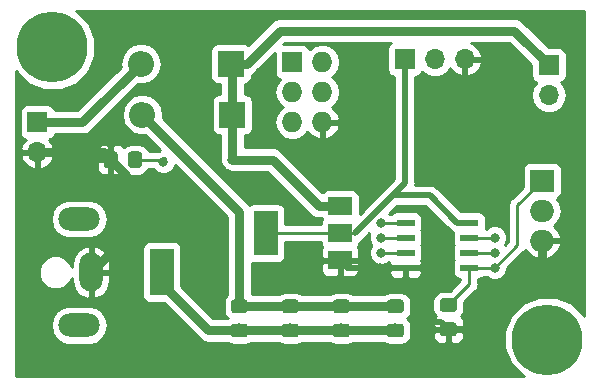
<source format=gbr>
G04 #@! TF.GenerationSoftware,KiCad,Pcbnew,(5.0.1)-4*
G04 #@! TF.CreationDate,2018-11-16T16:38:59+08:00*
G04 #@! TF.ProjectId,AILight,41494C696768742E6B696361645F7063,rev?*
G04 #@! TF.SameCoordinates,Original*
G04 #@! TF.FileFunction,Copper,L1,Top,Signal*
G04 #@! TF.FilePolarity,Positive*
%FSLAX46Y46*%
G04 Gerber Fmt 4.6, Leading zero omitted, Abs format (unit mm)*
G04 Created by KiCad (PCBNEW (5.0.1)-4) date 2018-11-16 16:38:59*
%MOMM*%
%LPD*%
G01*
G04 APERTURE LIST*
G04 #@! TA.AperFunction,ComponentPad*
%ADD10C,5.999480*%
G04 #@! TD*
G04 #@! TA.AperFunction,ComponentPad*
%ADD11C,1.524000*%
G04 #@! TD*
G04 #@! TA.AperFunction,ComponentPad*
%ADD12R,1.700000X1.700000*%
G04 #@! TD*
G04 #@! TA.AperFunction,ComponentPad*
%ADD13O,1.700000X1.700000*%
G04 #@! TD*
G04 #@! TA.AperFunction,ComponentPad*
%ADD14R,1.727200X1.727200*%
G04 #@! TD*
G04 #@! TA.AperFunction,ComponentPad*
%ADD15O,1.727200X1.727200*%
G04 #@! TD*
G04 #@! TA.AperFunction,ComponentPad*
%ADD16O,2.200000X2.200000*%
G04 #@! TD*
G04 #@! TA.AperFunction,ComponentPad*
%ADD17R,2.200000X2.200000*%
G04 #@! TD*
G04 #@! TA.AperFunction,SMDPad,CuDef*
%ADD18R,1.550000X0.600000*%
G04 #@! TD*
G04 #@! TA.AperFunction,ComponentPad*
%ADD19O,3.500000X2.000000*%
G04 #@! TD*
G04 #@! TA.AperFunction,ComponentPad*
%ADD20O,2.000000X3.300000*%
G04 #@! TD*
G04 #@! TA.AperFunction,ComponentPad*
%ADD21R,2.000000X4.000000*%
G04 #@! TD*
G04 #@! TA.AperFunction,Conductor*
%ADD22C,0.100000*%
G04 #@! TD*
G04 #@! TA.AperFunction,SMDPad,CuDef*
%ADD23C,1.150000*%
G04 #@! TD*
G04 #@! TA.AperFunction,SMDPad,CuDef*
%ADD24R,2.000000X3.800000*%
G04 #@! TD*
G04 #@! TA.AperFunction,SMDPad,CuDef*
%ADD25R,2.000000X1.500000*%
G04 #@! TD*
G04 #@! TA.AperFunction,ComponentPad*
%ADD26R,2.000000X1.905000*%
G04 #@! TD*
G04 #@! TA.AperFunction,ComponentPad*
%ADD27O,2.000000X1.905000*%
G04 #@! TD*
G04 #@! TA.AperFunction,ViaPad*
%ADD28C,0.800000*%
G04 #@! TD*
G04 #@! TA.AperFunction,Conductor*
%ADD29C,0.250000*%
G04 #@! TD*
G04 #@! TA.AperFunction,Conductor*
%ADD30C,0.500000*%
G04 #@! TD*
G04 #@! TA.AperFunction,Conductor*
%ADD31C,0.800000*%
G04 #@! TD*
G04 #@! TA.AperFunction,Conductor*
%ADD32C,0.254000*%
G04 #@! TD*
G04 APERTURE END LIST*
D10*
G04 #@! TO.P,REF\002A\002A,1*
G04 #@! TO.N,N/C*
X17145000Y-61595000D03*
D11*
G04 #@! TO.P,REF\002A\002A,5*
X17272000Y-59436000D03*
G04 #@! TO.P,REF\002A\002A,2*
X17272000Y-63754000D03*
G04 #@! TO.P,REF\002A\002A,3*
X19304000Y-61595000D03*
G04 #@! TO.P,REF\002A\002A,4*
X15049500Y-61531500D03*
G04 #@! TO.P,REF\002A\002A,6*
X15684500Y-60007500D03*
G04 #@! TO.P,REF\002A\002A,7*
X18669000Y-60134500D03*
G04 #@! TO.P,REF\002A\002A,8*
X15621000Y-63119000D03*
G04 #@! TO.P,REF\002A\002A,9*
X18669000Y-63055500D03*
G04 #@! TD*
D10*
G04 #@! TO.P,REF\002A\002A,1*
G04 #@! TO.N,N/C*
X59055000Y-86360000D03*
D11*
G04 #@! TO.P,REF\002A\002A,5*
X59182000Y-84201000D03*
G04 #@! TO.P,REF\002A\002A,2*
X59182000Y-88519000D03*
G04 #@! TO.P,REF\002A\002A,3*
X61214000Y-86360000D03*
G04 #@! TO.P,REF\002A\002A,4*
X56959500Y-86296500D03*
G04 #@! TO.P,REF\002A\002A,6*
X57594500Y-84772500D03*
G04 #@! TO.P,REF\002A\002A,7*
X60579000Y-84899500D03*
G04 #@! TO.P,REF\002A\002A,8*
X57531000Y-87884000D03*
G04 #@! TO.P,REF\002A\002A,9*
X60579000Y-87820500D03*
G04 #@! TD*
D12*
G04 #@! TO.P,PIR1,1*
G04 #@! TO.N,Net-(J4-Pad2)*
X46990000Y-62611000D03*
D13*
G04 #@! TO.P,PIR1,2*
G04 #@! TO.N,Net-(PIR1-Pad2)*
X49530000Y-62611000D03*
G04 #@! TO.P,PIR1,3*
G04 #@! TO.N,Net-(C1-Pad2)*
X52070000Y-62611000D03*
G04 #@! TD*
D14*
G04 #@! TO.P,J4,1*
G04 #@! TO.N,Net-(J4-Pad1)*
X37465000Y-62865000D03*
D15*
G04 #@! TO.P,J4,2*
G04 #@! TO.N,Net-(J4-Pad2)*
X40005000Y-62865000D03*
G04 #@! TO.P,J4,3*
G04 #@! TO.N,Net-(J4-Pad3)*
X37465000Y-65405000D03*
G04 #@! TO.P,J4,4*
G04 #@! TO.N,Net-(J4-Pad4)*
X40005000Y-65405000D03*
G04 #@! TO.P,J4,5*
G04 #@! TO.N,Net-(J4-Pad5)*
X37465000Y-67945000D03*
G04 #@! TO.P,J4,6*
G04 #@! TO.N,Net-(C1-Pad2)*
X40005000Y-67945000D03*
G04 #@! TD*
D16*
G04 #@! TO.P,D2,2*
G04 #@! TO.N,Net-(D2-Pad2)*
X24638000Y-62992000D03*
D17*
G04 #@! TO.P,D2,1*
G04 #@! TO.N,Net-(C1-Pad1)*
X32258000Y-62992000D03*
G04 #@! TD*
G04 #@! TO.P,D1,1*
G04 #@! TO.N,Net-(C1-Pad1)*
X32385000Y-67310000D03*
D16*
G04 #@! TO.P,D1,2*
G04 #@! TO.N,Net-(D1-Pad2)*
X24765000Y-67310000D03*
G04 #@! TD*
D18*
G04 #@! TO.P,U2,1*
G04 #@! TO.N,Net-(J4-Pad5)*
X47051000Y-76454000D03*
G04 #@! TO.P,U2,2*
G04 #@! TO.N,Net-(PIR1-Pad2)*
X47051000Y-77724000D03*
G04 #@! TO.P,U2,3*
G04 #@! TO.N,Net-(U2-Pad3)*
X47051000Y-78994000D03*
G04 #@! TO.P,U2,4*
G04 #@! TO.N,Net-(C1-Pad2)*
X47051000Y-80264000D03*
G04 #@! TO.P,U2,5*
G04 #@! TO.N,Net-(J4-Pad4)*
X52451000Y-80264000D03*
G04 #@! TO.P,U2,6*
G04 #@! TO.N,Net-(J4-Pad1)*
X52451000Y-78994000D03*
G04 #@! TO.P,U2,7*
G04 #@! TO.N,Net-(J4-Pad3)*
X52451000Y-77724000D03*
G04 #@! TO.P,U2,8*
G04 #@! TO.N,Net-(J4-Pad2)*
X52451000Y-76454000D03*
G04 #@! TD*
D19*
G04 #@! TO.P,J3,MP*
G04 #@! TO.N,N/C*
X19416000Y-85145000D03*
X19416000Y-76145000D03*
D20*
G04 #@! TO.P,J3,2*
G04 #@! TO.N,Net-(C1-Pad2)*
X20416000Y-80645000D03*
D21*
G04 #@! TO.P,J3,1*
G04 #@! TO.N,Net-(J3-Pad1)*
X26416000Y-80645000D03*
G04 #@! TD*
D22*
G04 #@! TO.N,Net-(C1-Pad2)*
G04 #@! TO.C,C1*
G36*
X22438505Y-70421204D02*
X22462773Y-70424804D01*
X22486572Y-70430765D01*
X22509671Y-70439030D01*
X22531850Y-70449520D01*
X22552893Y-70462132D01*
X22572599Y-70476747D01*
X22590777Y-70493223D01*
X22607253Y-70511401D01*
X22621868Y-70531107D01*
X22634480Y-70552150D01*
X22644970Y-70574329D01*
X22653235Y-70597428D01*
X22659196Y-70621227D01*
X22662796Y-70645495D01*
X22664000Y-70669999D01*
X22664000Y-71570001D01*
X22662796Y-71594505D01*
X22659196Y-71618773D01*
X22653235Y-71642572D01*
X22644970Y-71665671D01*
X22634480Y-71687850D01*
X22621868Y-71708893D01*
X22607253Y-71728599D01*
X22590777Y-71746777D01*
X22572599Y-71763253D01*
X22552893Y-71777868D01*
X22531850Y-71790480D01*
X22509671Y-71800970D01*
X22486572Y-71809235D01*
X22462773Y-71815196D01*
X22438505Y-71818796D01*
X22414001Y-71820000D01*
X21763999Y-71820000D01*
X21739495Y-71818796D01*
X21715227Y-71815196D01*
X21691428Y-71809235D01*
X21668329Y-71800970D01*
X21646150Y-71790480D01*
X21625107Y-71777868D01*
X21605401Y-71763253D01*
X21587223Y-71746777D01*
X21570747Y-71728599D01*
X21556132Y-71708893D01*
X21543520Y-71687850D01*
X21533030Y-71665671D01*
X21524765Y-71642572D01*
X21518804Y-71618773D01*
X21515204Y-71594505D01*
X21514000Y-71570001D01*
X21514000Y-70669999D01*
X21515204Y-70645495D01*
X21518804Y-70621227D01*
X21524765Y-70597428D01*
X21533030Y-70574329D01*
X21543520Y-70552150D01*
X21556132Y-70531107D01*
X21570747Y-70511401D01*
X21587223Y-70493223D01*
X21605401Y-70476747D01*
X21625107Y-70462132D01*
X21646150Y-70449520D01*
X21668329Y-70439030D01*
X21691428Y-70430765D01*
X21715227Y-70424804D01*
X21739495Y-70421204D01*
X21763999Y-70420000D01*
X22414001Y-70420000D01*
X22438505Y-70421204D01*
X22438505Y-70421204D01*
G37*
D23*
G04 #@! TD*
G04 #@! TO.P,C1,2*
G04 #@! TO.N,Net-(C1-Pad2)*
X22089000Y-71120000D03*
D22*
G04 #@! TO.N,Net-(C1-Pad1)*
G04 #@! TO.C,C1*
G36*
X24488505Y-70421204D02*
X24512773Y-70424804D01*
X24536572Y-70430765D01*
X24559671Y-70439030D01*
X24581850Y-70449520D01*
X24602893Y-70462132D01*
X24622599Y-70476747D01*
X24640777Y-70493223D01*
X24657253Y-70511401D01*
X24671868Y-70531107D01*
X24684480Y-70552150D01*
X24694970Y-70574329D01*
X24703235Y-70597428D01*
X24709196Y-70621227D01*
X24712796Y-70645495D01*
X24714000Y-70669999D01*
X24714000Y-71570001D01*
X24712796Y-71594505D01*
X24709196Y-71618773D01*
X24703235Y-71642572D01*
X24694970Y-71665671D01*
X24684480Y-71687850D01*
X24671868Y-71708893D01*
X24657253Y-71728599D01*
X24640777Y-71746777D01*
X24622599Y-71763253D01*
X24602893Y-71777868D01*
X24581850Y-71790480D01*
X24559671Y-71800970D01*
X24536572Y-71809235D01*
X24512773Y-71815196D01*
X24488505Y-71818796D01*
X24464001Y-71820000D01*
X23813999Y-71820000D01*
X23789495Y-71818796D01*
X23765227Y-71815196D01*
X23741428Y-71809235D01*
X23718329Y-71800970D01*
X23696150Y-71790480D01*
X23675107Y-71777868D01*
X23655401Y-71763253D01*
X23637223Y-71746777D01*
X23620747Y-71728599D01*
X23606132Y-71708893D01*
X23593520Y-71687850D01*
X23583030Y-71665671D01*
X23574765Y-71642572D01*
X23568804Y-71618773D01*
X23565204Y-71594505D01*
X23564000Y-71570001D01*
X23564000Y-70669999D01*
X23565204Y-70645495D01*
X23568804Y-70621227D01*
X23574765Y-70597428D01*
X23583030Y-70574329D01*
X23593520Y-70552150D01*
X23606132Y-70531107D01*
X23620747Y-70511401D01*
X23637223Y-70493223D01*
X23655401Y-70476747D01*
X23675107Y-70462132D01*
X23696150Y-70449520D01*
X23718329Y-70439030D01*
X23741428Y-70430765D01*
X23765227Y-70424804D01*
X23789495Y-70421204D01*
X23813999Y-70420000D01*
X24464001Y-70420000D01*
X24488505Y-70421204D01*
X24488505Y-70421204D01*
G37*
D23*
G04 #@! TD*
G04 #@! TO.P,C1,1*
G04 #@! TO.N,Net-(C1-Pad1)*
X24139000Y-71120000D03*
D22*
G04 #@! TO.N,Net-(J3-Pad1)*
G04 #@! TO.C,R5*
G36*
X33456142Y-85003453D02*
X33480410Y-85007053D01*
X33504209Y-85013014D01*
X33527308Y-85021279D01*
X33549487Y-85031769D01*
X33570530Y-85044381D01*
X33590236Y-85058996D01*
X33608414Y-85075472D01*
X33624890Y-85093650D01*
X33639505Y-85113356D01*
X33652117Y-85134399D01*
X33662607Y-85156578D01*
X33670872Y-85179677D01*
X33676833Y-85203476D01*
X33680433Y-85227744D01*
X33681637Y-85252248D01*
X33681637Y-85902250D01*
X33680433Y-85926754D01*
X33676833Y-85951022D01*
X33670872Y-85974821D01*
X33662607Y-85997920D01*
X33652117Y-86020099D01*
X33639505Y-86041142D01*
X33624890Y-86060848D01*
X33608414Y-86079026D01*
X33590236Y-86095502D01*
X33570530Y-86110117D01*
X33549487Y-86122729D01*
X33527308Y-86133219D01*
X33504209Y-86141484D01*
X33480410Y-86147445D01*
X33456142Y-86151045D01*
X33431638Y-86152249D01*
X32531636Y-86152249D01*
X32507132Y-86151045D01*
X32482864Y-86147445D01*
X32459065Y-86141484D01*
X32435966Y-86133219D01*
X32413787Y-86122729D01*
X32392744Y-86110117D01*
X32373038Y-86095502D01*
X32354860Y-86079026D01*
X32338384Y-86060848D01*
X32323769Y-86041142D01*
X32311157Y-86020099D01*
X32300667Y-85997920D01*
X32292402Y-85974821D01*
X32286441Y-85951022D01*
X32282841Y-85926754D01*
X32281637Y-85902250D01*
X32281637Y-85252248D01*
X32282841Y-85227744D01*
X32286441Y-85203476D01*
X32292402Y-85179677D01*
X32300667Y-85156578D01*
X32311157Y-85134399D01*
X32323769Y-85113356D01*
X32338384Y-85093650D01*
X32354860Y-85075472D01*
X32373038Y-85058996D01*
X32392744Y-85044381D01*
X32413787Y-85031769D01*
X32435966Y-85021279D01*
X32459065Y-85013014D01*
X32482864Y-85007053D01*
X32507132Y-85003453D01*
X32531636Y-85002249D01*
X33431638Y-85002249D01*
X33456142Y-85003453D01*
X33456142Y-85003453D01*
G37*
D23*
G04 #@! TD*
G04 #@! TO.P,R5,2*
G04 #@! TO.N,Net-(J3-Pad1)*
X32981637Y-85577249D03*
D22*
G04 #@! TO.N,Net-(D1-Pad2)*
G04 #@! TO.C,R5*
G36*
X33456142Y-82953453D02*
X33480410Y-82957053D01*
X33504209Y-82963014D01*
X33527308Y-82971279D01*
X33549487Y-82981769D01*
X33570530Y-82994381D01*
X33590236Y-83008996D01*
X33608414Y-83025472D01*
X33624890Y-83043650D01*
X33639505Y-83063356D01*
X33652117Y-83084399D01*
X33662607Y-83106578D01*
X33670872Y-83129677D01*
X33676833Y-83153476D01*
X33680433Y-83177744D01*
X33681637Y-83202248D01*
X33681637Y-83852250D01*
X33680433Y-83876754D01*
X33676833Y-83901022D01*
X33670872Y-83924821D01*
X33662607Y-83947920D01*
X33652117Y-83970099D01*
X33639505Y-83991142D01*
X33624890Y-84010848D01*
X33608414Y-84029026D01*
X33590236Y-84045502D01*
X33570530Y-84060117D01*
X33549487Y-84072729D01*
X33527308Y-84083219D01*
X33504209Y-84091484D01*
X33480410Y-84097445D01*
X33456142Y-84101045D01*
X33431638Y-84102249D01*
X32531636Y-84102249D01*
X32507132Y-84101045D01*
X32482864Y-84097445D01*
X32459065Y-84091484D01*
X32435966Y-84083219D01*
X32413787Y-84072729D01*
X32392744Y-84060117D01*
X32373038Y-84045502D01*
X32354860Y-84029026D01*
X32338384Y-84010848D01*
X32323769Y-83991142D01*
X32311157Y-83970099D01*
X32300667Y-83947920D01*
X32292402Y-83924821D01*
X32286441Y-83901022D01*
X32282841Y-83876754D01*
X32281637Y-83852250D01*
X32281637Y-83202248D01*
X32282841Y-83177744D01*
X32286441Y-83153476D01*
X32292402Y-83129677D01*
X32300667Y-83106578D01*
X32311157Y-83084399D01*
X32323769Y-83063356D01*
X32338384Y-83043650D01*
X32354860Y-83025472D01*
X32373038Y-83008996D01*
X32392744Y-82994381D01*
X32413787Y-82981769D01*
X32435966Y-82971279D01*
X32459065Y-82963014D01*
X32482864Y-82957053D01*
X32507132Y-82953453D01*
X32531636Y-82952249D01*
X33431638Y-82952249D01*
X33456142Y-82953453D01*
X33456142Y-82953453D01*
G37*
D23*
G04 #@! TD*
G04 #@! TO.P,R5,1*
G04 #@! TO.N,Net-(D1-Pad2)*
X32981637Y-83527249D03*
D22*
G04 #@! TO.N,Net-(D1-Pad2)*
G04 #@! TO.C,R4*
G36*
X37774142Y-82953453D02*
X37798410Y-82957053D01*
X37822209Y-82963014D01*
X37845308Y-82971279D01*
X37867487Y-82981769D01*
X37888530Y-82994381D01*
X37908236Y-83008996D01*
X37926414Y-83025472D01*
X37942890Y-83043650D01*
X37957505Y-83063356D01*
X37970117Y-83084399D01*
X37980607Y-83106578D01*
X37988872Y-83129677D01*
X37994833Y-83153476D01*
X37998433Y-83177744D01*
X37999637Y-83202248D01*
X37999637Y-83852250D01*
X37998433Y-83876754D01*
X37994833Y-83901022D01*
X37988872Y-83924821D01*
X37980607Y-83947920D01*
X37970117Y-83970099D01*
X37957505Y-83991142D01*
X37942890Y-84010848D01*
X37926414Y-84029026D01*
X37908236Y-84045502D01*
X37888530Y-84060117D01*
X37867487Y-84072729D01*
X37845308Y-84083219D01*
X37822209Y-84091484D01*
X37798410Y-84097445D01*
X37774142Y-84101045D01*
X37749638Y-84102249D01*
X36849636Y-84102249D01*
X36825132Y-84101045D01*
X36800864Y-84097445D01*
X36777065Y-84091484D01*
X36753966Y-84083219D01*
X36731787Y-84072729D01*
X36710744Y-84060117D01*
X36691038Y-84045502D01*
X36672860Y-84029026D01*
X36656384Y-84010848D01*
X36641769Y-83991142D01*
X36629157Y-83970099D01*
X36618667Y-83947920D01*
X36610402Y-83924821D01*
X36604441Y-83901022D01*
X36600841Y-83876754D01*
X36599637Y-83852250D01*
X36599637Y-83202248D01*
X36600841Y-83177744D01*
X36604441Y-83153476D01*
X36610402Y-83129677D01*
X36618667Y-83106578D01*
X36629157Y-83084399D01*
X36641769Y-83063356D01*
X36656384Y-83043650D01*
X36672860Y-83025472D01*
X36691038Y-83008996D01*
X36710744Y-82994381D01*
X36731787Y-82981769D01*
X36753966Y-82971279D01*
X36777065Y-82963014D01*
X36800864Y-82957053D01*
X36825132Y-82953453D01*
X36849636Y-82952249D01*
X37749638Y-82952249D01*
X37774142Y-82953453D01*
X37774142Y-82953453D01*
G37*
D23*
G04 #@! TD*
G04 #@! TO.P,R4,1*
G04 #@! TO.N,Net-(D1-Pad2)*
X37299637Y-83527249D03*
D22*
G04 #@! TO.N,Net-(J3-Pad1)*
G04 #@! TO.C,R4*
G36*
X37774142Y-85003453D02*
X37798410Y-85007053D01*
X37822209Y-85013014D01*
X37845308Y-85021279D01*
X37867487Y-85031769D01*
X37888530Y-85044381D01*
X37908236Y-85058996D01*
X37926414Y-85075472D01*
X37942890Y-85093650D01*
X37957505Y-85113356D01*
X37970117Y-85134399D01*
X37980607Y-85156578D01*
X37988872Y-85179677D01*
X37994833Y-85203476D01*
X37998433Y-85227744D01*
X37999637Y-85252248D01*
X37999637Y-85902250D01*
X37998433Y-85926754D01*
X37994833Y-85951022D01*
X37988872Y-85974821D01*
X37980607Y-85997920D01*
X37970117Y-86020099D01*
X37957505Y-86041142D01*
X37942890Y-86060848D01*
X37926414Y-86079026D01*
X37908236Y-86095502D01*
X37888530Y-86110117D01*
X37867487Y-86122729D01*
X37845308Y-86133219D01*
X37822209Y-86141484D01*
X37798410Y-86147445D01*
X37774142Y-86151045D01*
X37749638Y-86152249D01*
X36849636Y-86152249D01*
X36825132Y-86151045D01*
X36800864Y-86147445D01*
X36777065Y-86141484D01*
X36753966Y-86133219D01*
X36731787Y-86122729D01*
X36710744Y-86110117D01*
X36691038Y-86095502D01*
X36672860Y-86079026D01*
X36656384Y-86060848D01*
X36641769Y-86041142D01*
X36629157Y-86020099D01*
X36618667Y-85997920D01*
X36610402Y-85974821D01*
X36604441Y-85951022D01*
X36600841Y-85926754D01*
X36599637Y-85902250D01*
X36599637Y-85252248D01*
X36600841Y-85227744D01*
X36604441Y-85203476D01*
X36610402Y-85179677D01*
X36618667Y-85156578D01*
X36629157Y-85134399D01*
X36641769Y-85113356D01*
X36656384Y-85093650D01*
X36672860Y-85075472D01*
X36691038Y-85058996D01*
X36710744Y-85044381D01*
X36731787Y-85031769D01*
X36753966Y-85021279D01*
X36777065Y-85013014D01*
X36800864Y-85007053D01*
X36825132Y-85003453D01*
X36849636Y-85002249D01*
X37749638Y-85002249D01*
X37774142Y-85003453D01*
X37774142Y-85003453D01*
G37*
D23*
G04 #@! TD*
G04 #@! TO.P,R4,2*
G04 #@! TO.N,Net-(J3-Pad1)*
X37299637Y-85577249D03*
D22*
G04 #@! TO.N,Net-(D1-Pad2)*
G04 #@! TO.C,R3*
G36*
X42092142Y-82953453D02*
X42116410Y-82957053D01*
X42140209Y-82963014D01*
X42163308Y-82971279D01*
X42185487Y-82981769D01*
X42206530Y-82994381D01*
X42226236Y-83008996D01*
X42244414Y-83025472D01*
X42260890Y-83043650D01*
X42275505Y-83063356D01*
X42288117Y-83084399D01*
X42298607Y-83106578D01*
X42306872Y-83129677D01*
X42312833Y-83153476D01*
X42316433Y-83177744D01*
X42317637Y-83202248D01*
X42317637Y-83852250D01*
X42316433Y-83876754D01*
X42312833Y-83901022D01*
X42306872Y-83924821D01*
X42298607Y-83947920D01*
X42288117Y-83970099D01*
X42275505Y-83991142D01*
X42260890Y-84010848D01*
X42244414Y-84029026D01*
X42226236Y-84045502D01*
X42206530Y-84060117D01*
X42185487Y-84072729D01*
X42163308Y-84083219D01*
X42140209Y-84091484D01*
X42116410Y-84097445D01*
X42092142Y-84101045D01*
X42067638Y-84102249D01*
X41167636Y-84102249D01*
X41143132Y-84101045D01*
X41118864Y-84097445D01*
X41095065Y-84091484D01*
X41071966Y-84083219D01*
X41049787Y-84072729D01*
X41028744Y-84060117D01*
X41009038Y-84045502D01*
X40990860Y-84029026D01*
X40974384Y-84010848D01*
X40959769Y-83991142D01*
X40947157Y-83970099D01*
X40936667Y-83947920D01*
X40928402Y-83924821D01*
X40922441Y-83901022D01*
X40918841Y-83876754D01*
X40917637Y-83852250D01*
X40917637Y-83202248D01*
X40918841Y-83177744D01*
X40922441Y-83153476D01*
X40928402Y-83129677D01*
X40936667Y-83106578D01*
X40947157Y-83084399D01*
X40959769Y-83063356D01*
X40974384Y-83043650D01*
X40990860Y-83025472D01*
X41009038Y-83008996D01*
X41028744Y-82994381D01*
X41049787Y-82981769D01*
X41071966Y-82971279D01*
X41095065Y-82963014D01*
X41118864Y-82957053D01*
X41143132Y-82953453D01*
X41167636Y-82952249D01*
X42067638Y-82952249D01*
X42092142Y-82953453D01*
X42092142Y-82953453D01*
G37*
D23*
G04 #@! TD*
G04 #@! TO.P,R3,1*
G04 #@! TO.N,Net-(D1-Pad2)*
X41617637Y-83527249D03*
D22*
G04 #@! TO.N,Net-(J3-Pad1)*
G04 #@! TO.C,R3*
G36*
X42092142Y-85003453D02*
X42116410Y-85007053D01*
X42140209Y-85013014D01*
X42163308Y-85021279D01*
X42185487Y-85031769D01*
X42206530Y-85044381D01*
X42226236Y-85058996D01*
X42244414Y-85075472D01*
X42260890Y-85093650D01*
X42275505Y-85113356D01*
X42288117Y-85134399D01*
X42298607Y-85156578D01*
X42306872Y-85179677D01*
X42312833Y-85203476D01*
X42316433Y-85227744D01*
X42317637Y-85252248D01*
X42317637Y-85902250D01*
X42316433Y-85926754D01*
X42312833Y-85951022D01*
X42306872Y-85974821D01*
X42298607Y-85997920D01*
X42288117Y-86020099D01*
X42275505Y-86041142D01*
X42260890Y-86060848D01*
X42244414Y-86079026D01*
X42226236Y-86095502D01*
X42206530Y-86110117D01*
X42185487Y-86122729D01*
X42163308Y-86133219D01*
X42140209Y-86141484D01*
X42116410Y-86147445D01*
X42092142Y-86151045D01*
X42067638Y-86152249D01*
X41167636Y-86152249D01*
X41143132Y-86151045D01*
X41118864Y-86147445D01*
X41095065Y-86141484D01*
X41071966Y-86133219D01*
X41049787Y-86122729D01*
X41028744Y-86110117D01*
X41009038Y-86095502D01*
X40990860Y-86079026D01*
X40974384Y-86060848D01*
X40959769Y-86041142D01*
X40947157Y-86020099D01*
X40936667Y-85997920D01*
X40928402Y-85974821D01*
X40922441Y-85951022D01*
X40918841Y-85926754D01*
X40917637Y-85902250D01*
X40917637Y-85252248D01*
X40918841Y-85227744D01*
X40922441Y-85203476D01*
X40928402Y-85179677D01*
X40936667Y-85156578D01*
X40947157Y-85134399D01*
X40959769Y-85113356D01*
X40974384Y-85093650D01*
X40990860Y-85075472D01*
X41009038Y-85058996D01*
X41028744Y-85044381D01*
X41049787Y-85031769D01*
X41071966Y-85021279D01*
X41095065Y-85013014D01*
X41118864Y-85007053D01*
X41143132Y-85003453D01*
X41167636Y-85002249D01*
X42067638Y-85002249D01*
X42092142Y-85003453D01*
X42092142Y-85003453D01*
G37*
D23*
G04 #@! TD*
G04 #@! TO.P,R3,2*
G04 #@! TO.N,Net-(J3-Pad1)*
X41617637Y-85577249D03*
D22*
G04 #@! TO.N,Net-(D1-Pad2)*
G04 #@! TO.C,R2*
G36*
X46664142Y-82953453D02*
X46688410Y-82957053D01*
X46712209Y-82963014D01*
X46735308Y-82971279D01*
X46757487Y-82981769D01*
X46778530Y-82994381D01*
X46798236Y-83008996D01*
X46816414Y-83025472D01*
X46832890Y-83043650D01*
X46847505Y-83063356D01*
X46860117Y-83084399D01*
X46870607Y-83106578D01*
X46878872Y-83129677D01*
X46884833Y-83153476D01*
X46888433Y-83177744D01*
X46889637Y-83202248D01*
X46889637Y-83852250D01*
X46888433Y-83876754D01*
X46884833Y-83901022D01*
X46878872Y-83924821D01*
X46870607Y-83947920D01*
X46860117Y-83970099D01*
X46847505Y-83991142D01*
X46832890Y-84010848D01*
X46816414Y-84029026D01*
X46798236Y-84045502D01*
X46778530Y-84060117D01*
X46757487Y-84072729D01*
X46735308Y-84083219D01*
X46712209Y-84091484D01*
X46688410Y-84097445D01*
X46664142Y-84101045D01*
X46639638Y-84102249D01*
X45739636Y-84102249D01*
X45715132Y-84101045D01*
X45690864Y-84097445D01*
X45667065Y-84091484D01*
X45643966Y-84083219D01*
X45621787Y-84072729D01*
X45600744Y-84060117D01*
X45581038Y-84045502D01*
X45562860Y-84029026D01*
X45546384Y-84010848D01*
X45531769Y-83991142D01*
X45519157Y-83970099D01*
X45508667Y-83947920D01*
X45500402Y-83924821D01*
X45494441Y-83901022D01*
X45490841Y-83876754D01*
X45489637Y-83852250D01*
X45489637Y-83202248D01*
X45490841Y-83177744D01*
X45494441Y-83153476D01*
X45500402Y-83129677D01*
X45508667Y-83106578D01*
X45519157Y-83084399D01*
X45531769Y-83063356D01*
X45546384Y-83043650D01*
X45562860Y-83025472D01*
X45581038Y-83008996D01*
X45600744Y-82994381D01*
X45621787Y-82981769D01*
X45643966Y-82971279D01*
X45667065Y-82963014D01*
X45690864Y-82957053D01*
X45715132Y-82953453D01*
X45739636Y-82952249D01*
X46639638Y-82952249D01*
X46664142Y-82953453D01*
X46664142Y-82953453D01*
G37*
D23*
G04 #@! TD*
G04 #@! TO.P,R2,1*
G04 #@! TO.N,Net-(D1-Pad2)*
X46189637Y-83527249D03*
D22*
G04 #@! TO.N,Net-(J3-Pad1)*
G04 #@! TO.C,R2*
G36*
X46664142Y-85003453D02*
X46688410Y-85007053D01*
X46712209Y-85013014D01*
X46735308Y-85021279D01*
X46757487Y-85031769D01*
X46778530Y-85044381D01*
X46798236Y-85058996D01*
X46816414Y-85075472D01*
X46832890Y-85093650D01*
X46847505Y-85113356D01*
X46860117Y-85134399D01*
X46870607Y-85156578D01*
X46878872Y-85179677D01*
X46884833Y-85203476D01*
X46888433Y-85227744D01*
X46889637Y-85252248D01*
X46889637Y-85902250D01*
X46888433Y-85926754D01*
X46884833Y-85951022D01*
X46878872Y-85974821D01*
X46870607Y-85997920D01*
X46860117Y-86020099D01*
X46847505Y-86041142D01*
X46832890Y-86060848D01*
X46816414Y-86079026D01*
X46798236Y-86095502D01*
X46778530Y-86110117D01*
X46757487Y-86122729D01*
X46735308Y-86133219D01*
X46712209Y-86141484D01*
X46688410Y-86147445D01*
X46664142Y-86151045D01*
X46639638Y-86152249D01*
X45739636Y-86152249D01*
X45715132Y-86151045D01*
X45690864Y-86147445D01*
X45667065Y-86141484D01*
X45643966Y-86133219D01*
X45621787Y-86122729D01*
X45600744Y-86110117D01*
X45581038Y-86095502D01*
X45562860Y-86079026D01*
X45546384Y-86060848D01*
X45531769Y-86041142D01*
X45519157Y-86020099D01*
X45508667Y-85997920D01*
X45500402Y-85974821D01*
X45494441Y-85951022D01*
X45490841Y-85926754D01*
X45489637Y-85902250D01*
X45489637Y-85252248D01*
X45490841Y-85227744D01*
X45494441Y-85203476D01*
X45500402Y-85179677D01*
X45508667Y-85156578D01*
X45519157Y-85134399D01*
X45531769Y-85113356D01*
X45546384Y-85093650D01*
X45562860Y-85075472D01*
X45581038Y-85058996D01*
X45600744Y-85044381D01*
X45621787Y-85031769D01*
X45643966Y-85021279D01*
X45667065Y-85013014D01*
X45690864Y-85007053D01*
X45715132Y-85003453D01*
X45739636Y-85002249D01*
X46639638Y-85002249D01*
X46664142Y-85003453D01*
X46664142Y-85003453D01*
G37*
D23*
G04 #@! TD*
G04 #@! TO.P,R2,2*
G04 #@! TO.N,Net-(J3-Pad1)*
X46189637Y-85577249D03*
D13*
G04 #@! TO.P,J2,2*
G04 #@! TO.N,Net-(J2-Pad2)*
X59182000Y-65659000D03*
D12*
G04 #@! TO.P,J2,1*
G04 #@! TO.N,Net-(C1-Pad1)*
X59182000Y-63119000D03*
G04 #@! TD*
G04 #@! TO.P,J1,1*
G04 #@! TO.N,Net-(D2-Pad2)*
X15875000Y-67945000D03*
D13*
G04 #@! TO.P,J1,2*
G04 #@! TO.N,Net-(C1-Pad2)*
X15875000Y-70485000D03*
G04 #@! TD*
D22*
G04 #@! TO.N,Net-(C1-Pad2)*
G04 #@! TO.C,R1*
G36*
X51147505Y-84906204D02*
X51171773Y-84909804D01*
X51195572Y-84915765D01*
X51218671Y-84924030D01*
X51240850Y-84934520D01*
X51261893Y-84947132D01*
X51281599Y-84961747D01*
X51299777Y-84978223D01*
X51316253Y-84996401D01*
X51330868Y-85016107D01*
X51343480Y-85037150D01*
X51353970Y-85059329D01*
X51362235Y-85082428D01*
X51368196Y-85106227D01*
X51371796Y-85130495D01*
X51373000Y-85154999D01*
X51373000Y-85805001D01*
X51371796Y-85829505D01*
X51368196Y-85853773D01*
X51362235Y-85877572D01*
X51353970Y-85900671D01*
X51343480Y-85922850D01*
X51330868Y-85943893D01*
X51316253Y-85963599D01*
X51299777Y-85981777D01*
X51281599Y-85998253D01*
X51261893Y-86012868D01*
X51240850Y-86025480D01*
X51218671Y-86035970D01*
X51195572Y-86044235D01*
X51171773Y-86050196D01*
X51147505Y-86053796D01*
X51123001Y-86055000D01*
X50222999Y-86055000D01*
X50198495Y-86053796D01*
X50174227Y-86050196D01*
X50150428Y-86044235D01*
X50127329Y-86035970D01*
X50105150Y-86025480D01*
X50084107Y-86012868D01*
X50064401Y-85998253D01*
X50046223Y-85981777D01*
X50029747Y-85963599D01*
X50015132Y-85943893D01*
X50002520Y-85922850D01*
X49992030Y-85900671D01*
X49983765Y-85877572D01*
X49977804Y-85853773D01*
X49974204Y-85829505D01*
X49973000Y-85805001D01*
X49973000Y-85154999D01*
X49974204Y-85130495D01*
X49977804Y-85106227D01*
X49983765Y-85082428D01*
X49992030Y-85059329D01*
X50002520Y-85037150D01*
X50015132Y-85016107D01*
X50029747Y-84996401D01*
X50046223Y-84978223D01*
X50064401Y-84961747D01*
X50084107Y-84947132D01*
X50105150Y-84934520D01*
X50127329Y-84924030D01*
X50150428Y-84915765D01*
X50174227Y-84909804D01*
X50198495Y-84906204D01*
X50222999Y-84905000D01*
X51123001Y-84905000D01*
X51147505Y-84906204D01*
X51147505Y-84906204D01*
G37*
D23*
G04 #@! TD*
G04 #@! TO.P,R1,2*
G04 #@! TO.N,Net-(C1-Pad2)*
X50673000Y-85480000D03*
D22*
G04 #@! TO.N,Net-(J4-Pad4)*
G04 #@! TO.C,R1*
G36*
X51147505Y-82856204D02*
X51171773Y-82859804D01*
X51195572Y-82865765D01*
X51218671Y-82874030D01*
X51240850Y-82884520D01*
X51261893Y-82897132D01*
X51281599Y-82911747D01*
X51299777Y-82928223D01*
X51316253Y-82946401D01*
X51330868Y-82966107D01*
X51343480Y-82987150D01*
X51353970Y-83009329D01*
X51362235Y-83032428D01*
X51368196Y-83056227D01*
X51371796Y-83080495D01*
X51373000Y-83104999D01*
X51373000Y-83755001D01*
X51371796Y-83779505D01*
X51368196Y-83803773D01*
X51362235Y-83827572D01*
X51353970Y-83850671D01*
X51343480Y-83872850D01*
X51330868Y-83893893D01*
X51316253Y-83913599D01*
X51299777Y-83931777D01*
X51281599Y-83948253D01*
X51261893Y-83962868D01*
X51240850Y-83975480D01*
X51218671Y-83985970D01*
X51195572Y-83994235D01*
X51171773Y-84000196D01*
X51147505Y-84003796D01*
X51123001Y-84005000D01*
X50222999Y-84005000D01*
X50198495Y-84003796D01*
X50174227Y-84000196D01*
X50150428Y-83994235D01*
X50127329Y-83985970D01*
X50105150Y-83975480D01*
X50084107Y-83962868D01*
X50064401Y-83948253D01*
X50046223Y-83931777D01*
X50029747Y-83913599D01*
X50015132Y-83893893D01*
X50002520Y-83872850D01*
X49992030Y-83850671D01*
X49983765Y-83827572D01*
X49977804Y-83803773D01*
X49974204Y-83779505D01*
X49973000Y-83755001D01*
X49973000Y-83104999D01*
X49974204Y-83080495D01*
X49977804Y-83056227D01*
X49983765Y-83032428D01*
X49992030Y-83009329D01*
X50002520Y-82987150D01*
X50015132Y-82966107D01*
X50029747Y-82946401D01*
X50046223Y-82928223D01*
X50064401Y-82911747D01*
X50084107Y-82897132D01*
X50105150Y-82884520D01*
X50127329Y-82874030D01*
X50150428Y-82865765D01*
X50174227Y-82859804D01*
X50198495Y-82856204D01*
X50222999Y-82855000D01*
X51123001Y-82855000D01*
X51147505Y-82856204D01*
X51147505Y-82856204D01*
G37*
D23*
G04 #@! TD*
G04 #@! TO.P,R1,1*
G04 #@! TO.N,Net-(J4-Pad4)*
X50673000Y-83430000D03*
D24*
G04 #@! TO.P,U1,2*
G04 #@! TO.N,Net-(J4-Pad2)*
X35204000Y-77343000D03*
D25*
X41504000Y-77343000D03*
G04 #@! TO.P,U1,3*
G04 #@! TO.N,Net-(C1-Pad1)*
X41504000Y-75043000D03*
G04 #@! TO.P,U1,1*
G04 #@! TO.N,Net-(C1-Pad2)*
X41504000Y-79643000D03*
G04 #@! TD*
D26*
G04 #@! TO.P,Q1,1*
G04 #@! TO.N,Net-(J4-Pad4)*
X58610500Y-72898000D03*
D27*
G04 #@! TO.P,Q1,2*
G04 #@! TO.N,Net-(J2-Pad2)*
X58610500Y-75438000D03*
G04 #@! TO.P,Q1,3*
G04 #@! TO.N,Net-(C1-Pad2)*
X58610500Y-77978000D03*
G04 #@! TD*
D28*
G04 #@! TO.N,Net-(C1-Pad2)*
X44915000Y-80264000D03*
X52705046Y-86360000D03*
G04 #@! TO.N,Net-(C1-Pad1)*
X26537563Y-71313218D03*
X32385000Y-71120000D03*
G04 #@! TO.N,Net-(PIR1-Pad2)*
X44958000Y-77724000D03*
G04 #@! TO.N,Net-(U2-Pad3)*
X44958000Y-78994000D03*
G04 #@! TO.N,Net-(J4-Pad4)*
X54610000Y-80264000D03*
G04 #@! TO.N,Net-(J4-Pad5)*
X44958000Y-76454000D03*
G04 #@! TO.N,Net-(J4-Pad1)*
X54610000Y-78994000D03*
G04 #@! TO.N,Net-(J4-Pad3)*
X54610000Y-77724000D03*
G04 #@! TD*
D29*
G04 #@! TO.N,Net-(C1-Pad2)*
X57737500Y-78359000D02*
X57785000Y-78359000D01*
X41504000Y-79643000D02*
X41754000Y-79643000D01*
D30*
X44915000Y-80264000D02*
X47051000Y-80264000D01*
D29*
X22098000Y-71111000D02*
X22089000Y-71120000D01*
D30*
X47051000Y-81341000D02*
X47051000Y-80814000D01*
X47051000Y-80814000D02*
X47051000Y-80264000D01*
D29*
X50673000Y-85480000D02*
X50673000Y-84963000D01*
X42125000Y-80264000D02*
X41504000Y-79643000D01*
D30*
X44915000Y-80264000D02*
X42125000Y-80264000D01*
D31*
X22089000Y-71120000D02*
X23359000Y-72390000D01*
X21686000Y-79375000D02*
X20416000Y-80645000D01*
X23359000Y-72390000D02*
X23359000Y-77702000D01*
X23359000Y-77702000D02*
X21686000Y-79375000D01*
X21472000Y-70485000D02*
X22098000Y-71111000D01*
X15875000Y-70485000D02*
X21472000Y-70485000D01*
X58610500Y-80454546D02*
X53105045Y-85960001D01*
X58610500Y-77978000D02*
X58610500Y-80454546D01*
X53105045Y-85960001D02*
X52705046Y-86360000D01*
D30*
X51825046Y-85480000D02*
X52705046Y-86360000D01*
X50673000Y-85480000D02*
X51825046Y-85480000D01*
X50049628Y-84856628D02*
X49296628Y-84856628D01*
X50673000Y-85480000D02*
X50049628Y-84856628D01*
X48895000Y-84455000D02*
X48895000Y-83185000D01*
X49296628Y-84856628D02*
X48895000Y-84455000D01*
X48895000Y-83185000D02*
X47051000Y-81341000D01*
D29*
G04 #@! TO.N,Net-(C1-Pad1)*
X44276000Y-60245000D02*
X44276000Y-60198000D01*
D31*
X45901460Y-60198000D02*
X44276000Y-60198000D01*
X59182000Y-63119000D02*
X56261000Y-60198000D01*
X56261000Y-60198000D02*
X45901460Y-60198000D01*
D29*
X24139000Y-71120000D02*
X26543002Y-71120000D01*
X26543002Y-71120000D02*
X26670002Y-70993000D01*
D31*
X32950685Y-71120000D02*
X32385000Y-71120000D01*
X41504000Y-75043000D02*
X39704000Y-75043000D01*
X39704000Y-75043000D02*
X35781000Y-71120000D01*
X35781000Y-71120000D02*
X32950685Y-71120000D01*
X32385000Y-67310000D02*
X32385000Y-71120000D01*
X32385000Y-62992000D02*
X32385000Y-67310000D01*
X33608000Y-62992000D02*
X32258000Y-62992000D01*
X36402000Y-60198000D02*
X33608000Y-62992000D01*
X44276000Y-60198000D02*
X36402000Y-60198000D01*
D29*
G04 #@! TO.N,Net-(PIR1-Pad2)*
X47051000Y-77724000D02*
X46026000Y-77724000D01*
X46026000Y-77724000D02*
X44958000Y-77724000D01*
G04 #@! TO.N,Net-(U2-Pad3)*
X47051000Y-78994000D02*
X44958000Y-78994000D01*
D31*
G04 #@! TO.N,Net-(D1-Pad2)*
X32981637Y-83527249D02*
X46189637Y-83527249D01*
X32981637Y-83527249D02*
X32981637Y-76492363D01*
X32981637Y-75526637D02*
X24765000Y-67310000D01*
X32981637Y-76492363D02*
X32981637Y-75526637D01*
G04 #@! TO.N,Net-(J3-Pad1)*
X41617637Y-85577249D02*
X46189637Y-85577249D01*
X41617637Y-85577249D02*
X37299637Y-85577249D01*
X37299637Y-85577249D02*
X32981637Y-85577249D01*
X31115000Y-85577249D02*
X32981637Y-85577249D01*
X26416000Y-81645000D02*
X26416000Y-80645000D01*
X31115000Y-85577249D02*
X30348249Y-85577249D01*
X30348249Y-85577249D02*
X26416000Y-81645000D01*
G04 #@! TO.N,Net-(D2-Pad2)*
X15875000Y-67945000D02*
X19685000Y-67945000D01*
X19685000Y-67945000D02*
X24638000Y-62992000D01*
D29*
G04 #@! TO.N,Net-(J4-Pad2)*
X36454000Y-77343000D02*
X41504000Y-77343000D01*
X35204000Y-77343000D02*
X36454000Y-77343000D01*
X41504000Y-77343000D02*
X42754000Y-77343000D01*
D30*
X51426000Y-76454000D02*
X52451000Y-76454000D01*
X49095000Y-74123000D02*
X51426000Y-76454000D01*
X45974000Y-74123000D02*
X49095000Y-74123000D01*
X46990000Y-73107000D02*
X46990000Y-63161000D01*
X45974000Y-74123000D02*
X46990000Y-73107000D01*
X42754000Y-77343000D02*
X45974000Y-74123000D01*
D29*
G04 #@! TO.N,Net-(J4-Pad4)*
X52451000Y-80264000D02*
X54610000Y-80264000D01*
X58563000Y-72898000D02*
X58610500Y-72898000D01*
X56515000Y-74946000D02*
X58563000Y-72898000D01*
X54610000Y-80264000D02*
X56515000Y-78359000D01*
X56515000Y-78359000D02*
X56515000Y-74946000D01*
X52451000Y-80264000D02*
X52451000Y-81652000D01*
X52451000Y-81652000D02*
X50673000Y-83430000D01*
G04 #@! TO.N,Net-(J4-Pad5)*
X47051000Y-76454000D02*
X46026000Y-76454000D01*
X46026000Y-76454000D02*
X44958000Y-76454000D01*
G04 #@! TO.N,Net-(J4-Pad1)*
X52451000Y-78994000D02*
X54610000Y-78994000D01*
G04 #@! TO.N,Net-(J4-Pad3)*
X52451000Y-77724000D02*
X54610000Y-77724000D01*
G04 #@! TD*
D32*
G04 #@! TO.N,Net-(C1-Pad2)*
G36*
X62155000Y-84346028D02*
X62136384Y-84301085D01*
X61113915Y-83278616D01*
X59777995Y-82725260D01*
X58332005Y-82725260D01*
X56996085Y-83278616D01*
X55973616Y-84301085D01*
X55420260Y-85637005D01*
X55420260Y-87082995D01*
X55973616Y-88418915D01*
X56996085Y-89441384D01*
X57041028Y-89460000D01*
X14045000Y-89460000D01*
X14045000Y-85145000D01*
X16998969Y-85145000D01*
X17125864Y-85782945D01*
X17487231Y-86323769D01*
X18028055Y-86685136D01*
X18504969Y-86780000D01*
X20327031Y-86780000D01*
X20803945Y-86685136D01*
X21344769Y-86323769D01*
X21706136Y-85782945D01*
X21833031Y-85145000D01*
X21706136Y-84507055D01*
X21344769Y-83966231D01*
X20803945Y-83604864D01*
X20327031Y-83510000D01*
X18504969Y-83510000D01*
X18028055Y-83604864D01*
X17487231Y-83966231D01*
X17125864Y-84507055D01*
X16998969Y-85145000D01*
X14045000Y-85145000D01*
X14045000Y-80359561D01*
X15981000Y-80359561D01*
X15981000Y-80930439D01*
X16199466Y-81457862D01*
X16603138Y-81861534D01*
X17130561Y-82080000D01*
X17701439Y-82080000D01*
X18228862Y-81861534D01*
X18632534Y-81457862D01*
X18781000Y-81099434D01*
X18781000Y-81422000D01*
X18954058Y-82038020D01*
X19349683Y-82540922D01*
X19907645Y-82854144D01*
X20035566Y-82885124D01*
X20289000Y-82765777D01*
X20289000Y-80772000D01*
X20543000Y-80772000D01*
X20543000Y-82765777D01*
X20796434Y-82885124D01*
X20924355Y-82854144D01*
X21482317Y-82540922D01*
X21877942Y-82038020D01*
X22051000Y-81422000D01*
X22051000Y-80772000D01*
X20543000Y-80772000D01*
X20289000Y-80772000D01*
X20269000Y-80772000D01*
X20269000Y-80518000D01*
X20289000Y-80518000D01*
X20289000Y-78524223D01*
X20543000Y-78524223D01*
X20543000Y-80518000D01*
X22051000Y-80518000D01*
X22051000Y-79868000D01*
X21877942Y-79251980D01*
X21482317Y-78749078D01*
X20924355Y-78435856D01*
X20796434Y-78404876D01*
X20543000Y-78524223D01*
X20289000Y-78524223D01*
X20035566Y-78404876D01*
X19907645Y-78435856D01*
X19349683Y-78749078D01*
X18954058Y-79251980D01*
X18781000Y-79868000D01*
X18781000Y-80190566D01*
X18632534Y-79832138D01*
X18228862Y-79428466D01*
X17701439Y-79210000D01*
X17130561Y-79210000D01*
X16603138Y-79428466D01*
X16199466Y-79832138D01*
X15981000Y-80359561D01*
X14045000Y-80359561D01*
X14045000Y-76145000D01*
X16998969Y-76145000D01*
X17125864Y-76782945D01*
X17487231Y-77323769D01*
X18028055Y-77685136D01*
X18504969Y-77780000D01*
X20327031Y-77780000D01*
X20803945Y-77685136D01*
X21344769Y-77323769D01*
X21706136Y-76782945D01*
X21833031Y-76145000D01*
X21706136Y-75507055D01*
X21344769Y-74966231D01*
X20803945Y-74604864D01*
X20327031Y-74510000D01*
X18504969Y-74510000D01*
X18028055Y-74604864D01*
X17487231Y-74966231D01*
X17125864Y-75507055D01*
X16998969Y-76145000D01*
X14045000Y-76145000D01*
X14045000Y-70841890D01*
X14433524Y-70841890D01*
X14603355Y-71251924D01*
X14993642Y-71680183D01*
X15518108Y-71926486D01*
X15748000Y-71805819D01*
X15748000Y-70612000D01*
X16002000Y-70612000D01*
X16002000Y-71805819D01*
X16231892Y-71926486D01*
X16756358Y-71680183D01*
X17006458Y-71405750D01*
X20879000Y-71405750D01*
X20879000Y-71946310D01*
X20975673Y-72179699D01*
X21154302Y-72358327D01*
X21387691Y-72455000D01*
X21803250Y-72455000D01*
X21962000Y-72296250D01*
X21962000Y-71247000D01*
X21037750Y-71247000D01*
X20879000Y-71405750D01*
X17006458Y-71405750D01*
X17146645Y-71251924D01*
X17316476Y-70841890D01*
X17195155Y-70612000D01*
X16002000Y-70612000D01*
X15748000Y-70612000D01*
X14554845Y-70612000D01*
X14433524Y-70841890D01*
X14045000Y-70841890D01*
X14045000Y-67095000D01*
X14377560Y-67095000D01*
X14377560Y-68795000D01*
X14426843Y-69042765D01*
X14567191Y-69252809D01*
X14777235Y-69393157D01*
X14880708Y-69413739D01*
X14603355Y-69718076D01*
X14433524Y-70128110D01*
X14554845Y-70358000D01*
X15748000Y-70358000D01*
X15748000Y-70338000D01*
X16002000Y-70338000D01*
X16002000Y-70358000D01*
X17195155Y-70358000D01*
X17229093Y-70293690D01*
X20879000Y-70293690D01*
X20879000Y-70834250D01*
X21037750Y-70993000D01*
X21962000Y-70993000D01*
X21962000Y-69943750D01*
X22216000Y-69943750D01*
X22216000Y-70993000D01*
X22236000Y-70993000D01*
X22236000Y-71247000D01*
X22216000Y-71247000D01*
X22216000Y-72296250D01*
X22374750Y-72455000D01*
X22790309Y-72455000D01*
X23023698Y-72358327D01*
X23178623Y-72203403D01*
X23179414Y-72204586D01*
X23470564Y-72399127D01*
X23813999Y-72467440D01*
X24464001Y-72467440D01*
X24807436Y-72399127D01*
X25098586Y-72204586D01*
X25293127Y-71913436D01*
X25299778Y-71880000D01*
X25652056Y-71880000D01*
X25660132Y-71899498D01*
X25951283Y-72190649D01*
X26331689Y-72348218D01*
X26743437Y-72348218D01*
X27123843Y-72190649D01*
X27414994Y-71899498D01*
X27554351Y-71563061D01*
X31946638Y-75955349D01*
X31946637Y-76594297D01*
X31946638Y-76594302D01*
X31946637Y-82534530D01*
X31897051Y-82567663D01*
X31702510Y-82858813D01*
X31634197Y-83202248D01*
X31634197Y-83852250D01*
X31702510Y-84195685D01*
X31897051Y-84486835D01*
X31979984Y-84542249D01*
X30776960Y-84542249D01*
X28063440Y-81828730D01*
X28063440Y-78645000D01*
X28014157Y-78397235D01*
X27873809Y-78187191D01*
X27663765Y-78046843D01*
X27416000Y-77997560D01*
X25416000Y-77997560D01*
X25168235Y-78046843D01*
X24958191Y-78187191D01*
X24817843Y-78397235D01*
X24768560Y-78645000D01*
X24768560Y-82645000D01*
X24817843Y-82892765D01*
X24958191Y-83102809D01*
X25168235Y-83243157D01*
X25416000Y-83292440D01*
X26599730Y-83292440D01*
X29544314Y-86237025D01*
X29602056Y-86323442D01*
X29846838Y-86487000D01*
X29944412Y-86552197D01*
X30348249Y-86632525D01*
X30450183Y-86612249D01*
X32009916Y-86612249D01*
X32188201Y-86731376D01*
X32531636Y-86799689D01*
X33431638Y-86799689D01*
X33775073Y-86731376D01*
X33953358Y-86612249D01*
X36327916Y-86612249D01*
X36506201Y-86731376D01*
X36849636Y-86799689D01*
X37749638Y-86799689D01*
X38093073Y-86731376D01*
X38271358Y-86612249D01*
X40645916Y-86612249D01*
X40824201Y-86731376D01*
X41167636Y-86799689D01*
X42067638Y-86799689D01*
X42411073Y-86731376D01*
X42589358Y-86612249D01*
X45217916Y-86612249D01*
X45396201Y-86731376D01*
X45739636Y-86799689D01*
X46639638Y-86799689D01*
X46983073Y-86731376D01*
X47274223Y-86536835D01*
X47468764Y-86245685D01*
X47537077Y-85902250D01*
X47537077Y-85765750D01*
X49338000Y-85765750D01*
X49338000Y-86181309D01*
X49434673Y-86414698D01*
X49613301Y-86593327D01*
X49846690Y-86690000D01*
X50387250Y-86690000D01*
X50546000Y-86531250D01*
X50546000Y-85607000D01*
X50800000Y-85607000D01*
X50800000Y-86531250D01*
X50958750Y-86690000D01*
X51499310Y-86690000D01*
X51732699Y-86593327D01*
X51911327Y-86414698D01*
X52008000Y-86181309D01*
X52008000Y-85765750D01*
X51849250Y-85607000D01*
X50800000Y-85607000D01*
X50546000Y-85607000D01*
X49496750Y-85607000D01*
X49338000Y-85765750D01*
X47537077Y-85765750D01*
X47537077Y-85252248D01*
X47468764Y-84908813D01*
X47274223Y-84617663D01*
X47176324Y-84552249D01*
X47274223Y-84486835D01*
X47468764Y-84195685D01*
X47537077Y-83852250D01*
X47537077Y-83202248D01*
X47468764Y-82858813D01*
X47274223Y-82567663D01*
X46983073Y-82373122D01*
X46639638Y-82304809D01*
X45739636Y-82304809D01*
X45396201Y-82373122D01*
X45217916Y-82492249D01*
X42589358Y-82492249D01*
X42411073Y-82373122D01*
X42067638Y-82304809D01*
X41167636Y-82304809D01*
X40824201Y-82373122D01*
X40645916Y-82492249D01*
X38271358Y-82492249D01*
X38093073Y-82373122D01*
X37749638Y-82304809D01*
X36849636Y-82304809D01*
X36506201Y-82373122D01*
X36327916Y-82492249D01*
X34016637Y-82492249D01*
X34016637Y-79928750D01*
X39869000Y-79928750D01*
X39869000Y-80519310D01*
X39965673Y-80752699D01*
X40144302Y-80931327D01*
X40377691Y-81028000D01*
X41218250Y-81028000D01*
X41377000Y-80869250D01*
X41377000Y-79770000D01*
X41631000Y-79770000D01*
X41631000Y-80869250D01*
X41789750Y-81028000D01*
X42630309Y-81028000D01*
X42863698Y-80931327D01*
X43042327Y-80752699D01*
X43126391Y-80549750D01*
X45641000Y-80549750D01*
X45641000Y-80690310D01*
X45737673Y-80923699D01*
X45916302Y-81102327D01*
X46149691Y-81199000D01*
X46765250Y-81199000D01*
X46924000Y-81040250D01*
X46924000Y-80391000D01*
X47178000Y-80391000D01*
X47178000Y-81040250D01*
X47336750Y-81199000D01*
X47952309Y-81199000D01*
X48185698Y-81102327D01*
X48364327Y-80923699D01*
X48461000Y-80690310D01*
X48461000Y-80549750D01*
X48302250Y-80391000D01*
X47178000Y-80391000D01*
X46924000Y-80391000D01*
X45799750Y-80391000D01*
X45641000Y-80549750D01*
X43126391Y-80549750D01*
X43139000Y-80519310D01*
X43139000Y-79928750D01*
X42980250Y-79770000D01*
X41631000Y-79770000D01*
X41377000Y-79770000D01*
X40027750Y-79770000D01*
X39869000Y-79928750D01*
X34016637Y-79928750D01*
X34016637Y-79853172D01*
X34204000Y-79890440D01*
X36204000Y-79890440D01*
X36451765Y-79841157D01*
X36661809Y-79700809D01*
X36802157Y-79490765D01*
X36851440Y-79243000D01*
X36851440Y-78103000D01*
X39858549Y-78103000D01*
X39905843Y-78340765D01*
X40006927Y-78492047D01*
X39965673Y-78533301D01*
X39869000Y-78766690D01*
X39869000Y-79357250D01*
X40027750Y-79516000D01*
X41377000Y-79516000D01*
X41377000Y-79496000D01*
X41631000Y-79496000D01*
X41631000Y-79516000D01*
X42980250Y-79516000D01*
X43139000Y-79357250D01*
X43139000Y-78766690D01*
X43042327Y-78533301D01*
X43001073Y-78492047D01*
X43102157Y-78340765D01*
X43140241Y-78149302D01*
X43318154Y-78030424D01*
X43988441Y-77360137D01*
X43923000Y-77518126D01*
X43923000Y-77929874D01*
X44080569Y-78310280D01*
X44129289Y-78359000D01*
X44080569Y-78407720D01*
X43923000Y-78788126D01*
X43923000Y-79199874D01*
X44080569Y-79580280D01*
X44371720Y-79871431D01*
X44752126Y-80029000D01*
X45163874Y-80029000D01*
X45544280Y-79871431D01*
X45661711Y-79754000D01*
X45675666Y-79754000D01*
X45641000Y-79837690D01*
X45641000Y-79978250D01*
X45799750Y-80137000D01*
X46924000Y-80137000D01*
X46924000Y-80117000D01*
X47178000Y-80117000D01*
X47178000Y-80137000D01*
X48302250Y-80137000D01*
X48461000Y-79978250D01*
X48461000Y-79837690D01*
X48371232Y-79620972D01*
X48424157Y-79541765D01*
X48473440Y-79294000D01*
X48473440Y-78694000D01*
X48424157Y-78446235D01*
X48365868Y-78359000D01*
X48424157Y-78271765D01*
X48473440Y-78024000D01*
X48473440Y-77424000D01*
X48424157Y-77176235D01*
X48365868Y-77089000D01*
X48424157Y-77001765D01*
X48473440Y-76754000D01*
X48473440Y-76154000D01*
X48424157Y-75906235D01*
X48283809Y-75696191D01*
X48073765Y-75555843D01*
X47826000Y-75506560D01*
X46276000Y-75506560D01*
X46028235Y-75555843D01*
X45821470Y-75694000D01*
X45661711Y-75694000D01*
X45658145Y-75690434D01*
X46340579Y-75008000D01*
X48728422Y-75008000D01*
X50738577Y-77018156D01*
X50787951Y-77092049D01*
X50861844Y-77141423D01*
X50861845Y-77141424D01*
X51007213Y-77238556D01*
X51058615Y-77272902D01*
X51028560Y-77424000D01*
X51028560Y-78024000D01*
X51077843Y-78271765D01*
X51136132Y-78359000D01*
X51077843Y-78446235D01*
X51028560Y-78694000D01*
X51028560Y-79294000D01*
X51077843Y-79541765D01*
X51136132Y-79629000D01*
X51077843Y-79716235D01*
X51028560Y-79964000D01*
X51028560Y-80564000D01*
X51077843Y-80811765D01*
X51218191Y-81021809D01*
X51428235Y-81162157D01*
X51676000Y-81211440D01*
X51691001Y-81211440D01*
X51691001Y-81337197D01*
X50820639Y-82207560D01*
X50222999Y-82207560D01*
X49879564Y-82275873D01*
X49588414Y-82470414D01*
X49393873Y-82761564D01*
X49325560Y-83104999D01*
X49325560Y-83755001D01*
X49393873Y-84098436D01*
X49588414Y-84389586D01*
X49589597Y-84390377D01*
X49434673Y-84545302D01*
X49338000Y-84778691D01*
X49338000Y-85194250D01*
X49496750Y-85353000D01*
X50546000Y-85353000D01*
X50546000Y-85333000D01*
X50800000Y-85333000D01*
X50800000Y-85353000D01*
X51849250Y-85353000D01*
X52008000Y-85194250D01*
X52008000Y-84778691D01*
X51911327Y-84545302D01*
X51756403Y-84390377D01*
X51757586Y-84389586D01*
X51952127Y-84098436D01*
X52020440Y-83755001D01*
X52020440Y-83157361D01*
X52935473Y-82242329D01*
X52998929Y-82199929D01*
X53099886Y-82048837D01*
X53166904Y-81948538D01*
X53207005Y-81746934D01*
X53211000Y-81726852D01*
X53211000Y-81726848D01*
X53225888Y-81652000D01*
X53211000Y-81577152D01*
X53211000Y-81211440D01*
X53226000Y-81211440D01*
X53473765Y-81162157D01*
X53680530Y-81024000D01*
X53906289Y-81024000D01*
X54023720Y-81141431D01*
X54404126Y-81299000D01*
X54815874Y-81299000D01*
X55196280Y-81141431D01*
X55487431Y-80850280D01*
X55645000Y-80469874D01*
X55645000Y-80303801D01*
X56999473Y-78949329D01*
X57062929Y-78906929D01*
X57183240Y-78726871D01*
X57234527Y-78844924D01*
X57667409Y-79287318D01*
X58236636Y-79530380D01*
X58483500Y-79403572D01*
X58483500Y-78105000D01*
X58737500Y-78105000D01*
X58737500Y-79403572D01*
X58984364Y-79530380D01*
X59553591Y-79287318D01*
X59986473Y-78844924D01*
X60201063Y-78350980D01*
X60081094Y-78105000D01*
X58737500Y-78105000D01*
X58483500Y-78105000D01*
X58463500Y-78105000D01*
X58463500Y-77851000D01*
X58483500Y-77851000D01*
X58483500Y-77831000D01*
X58737500Y-77831000D01*
X58737500Y-77851000D01*
X60081094Y-77851000D01*
X60201063Y-77605020D01*
X59986473Y-77111076D01*
X59601026Y-76717159D01*
X59802523Y-76582523D01*
X60153391Y-76057411D01*
X60276600Y-75438000D01*
X60153391Y-74818589D01*
X59891412Y-74426509D01*
X60068309Y-74308309D01*
X60208657Y-74098265D01*
X60257940Y-73850500D01*
X60257940Y-71945500D01*
X60208657Y-71697735D01*
X60068309Y-71487691D01*
X59858265Y-71347343D01*
X59610500Y-71298060D01*
X57610500Y-71298060D01*
X57362735Y-71347343D01*
X57152691Y-71487691D01*
X57012343Y-71697735D01*
X56963060Y-71945500D01*
X56963060Y-73423138D01*
X56030528Y-74355671D01*
X55967072Y-74398071D01*
X55924672Y-74461527D01*
X55924671Y-74461528D01*
X55799097Y-74649463D01*
X55740112Y-74946000D01*
X55755001Y-75020852D01*
X55755000Y-78044198D01*
X55439455Y-78359744D01*
X55438711Y-78359000D01*
X55487431Y-78310280D01*
X55645000Y-77929874D01*
X55645000Y-77518126D01*
X55487431Y-77137720D01*
X55196280Y-76846569D01*
X54815874Y-76689000D01*
X54404126Y-76689000D01*
X54023720Y-76846569D01*
X53906289Y-76964000D01*
X53831669Y-76964000D01*
X53873440Y-76754000D01*
X53873440Y-76154000D01*
X53824157Y-75906235D01*
X53683809Y-75696191D01*
X53473765Y-75555843D01*
X53226000Y-75506560D01*
X51730139Y-75506560D01*
X49782424Y-73558846D01*
X49733049Y-73484951D01*
X49440310Y-73289348D01*
X49182165Y-73238000D01*
X49182161Y-73238000D01*
X49095000Y-73220663D01*
X49007839Y-73238000D01*
X47866281Y-73238000D01*
X47875000Y-73194165D01*
X47875000Y-73194161D01*
X47892337Y-73107000D01*
X47875000Y-73019839D01*
X47875000Y-64101478D01*
X48087765Y-64059157D01*
X48297809Y-63918809D01*
X48438157Y-63708765D01*
X48447184Y-63663381D01*
X48459375Y-63681625D01*
X48950582Y-64009839D01*
X49383744Y-64096000D01*
X49676256Y-64096000D01*
X50109418Y-64009839D01*
X50600625Y-63681625D01*
X50813843Y-63362522D01*
X50874817Y-63492358D01*
X51303076Y-63882645D01*
X51713110Y-64052476D01*
X51943000Y-63931155D01*
X51943000Y-62738000D01*
X52197000Y-62738000D01*
X52197000Y-63931155D01*
X52426890Y-64052476D01*
X52836924Y-63882645D01*
X53265183Y-63492358D01*
X53511486Y-62967892D01*
X53390819Y-62738000D01*
X52197000Y-62738000D01*
X51943000Y-62738000D01*
X51923000Y-62738000D01*
X51923000Y-62484000D01*
X51943000Y-62484000D01*
X51943000Y-62464000D01*
X52197000Y-62464000D01*
X52197000Y-62484000D01*
X53390819Y-62484000D01*
X53511486Y-62254108D01*
X53265183Y-61729642D01*
X52836924Y-61339355D01*
X52580144Y-61233000D01*
X55832290Y-61233000D01*
X57684560Y-63085271D01*
X57684560Y-63969000D01*
X57733843Y-64216765D01*
X57874191Y-64426809D01*
X58084235Y-64567157D01*
X58129619Y-64576184D01*
X58111375Y-64588375D01*
X57783161Y-65079582D01*
X57667908Y-65659000D01*
X57783161Y-66238418D01*
X58111375Y-66729625D01*
X58602582Y-67057839D01*
X59035744Y-67144000D01*
X59328256Y-67144000D01*
X59761418Y-67057839D01*
X60252625Y-66729625D01*
X60580839Y-66238418D01*
X60696092Y-65659000D01*
X60580839Y-65079582D01*
X60252625Y-64588375D01*
X60234381Y-64576184D01*
X60279765Y-64567157D01*
X60489809Y-64426809D01*
X60630157Y-64216765D01*
X60679440Y-63969000D01*
X60679440Y-62269000D01*
X60630157Y-62021235D01*
X60489809Y-61811191D01*
X60279765Y-61670843D01*
X60032000Y-61621560D01*
X59148271Y-61621560D01*
X57064937Y-59538227D01*
X57007193Y-59451807D01*
X56664837Y-59223052D01*
X56362935Y-59163000D01*
X56362934Y-59163000D01*
X56261000Y-59142724D01*
X56159066Y-59163000D01*
X36503934Y-59163000D01*
X36402000Y-59142724D01*
X36300065Y-59163000D01*
X35998163Y-59223052D01*
X35655807Y-59451807D01*
X35598065Y-59538224D01*
X33747645Y-61388645D01*
X33605765Y-61293843D01*
X33358000Y-61244560D01*
X31158000Y-61244560D01*
X30910235Y-61293843D01*
X30700191Y-61434191D01*
X30559843Y-61644235D01*
X30510560Y-61892000D01*
X30510560Y-64092000D01*
X30559843Y-64339765D01*
X30700191Y-64549809D01*
X30910235Y-64690157D01*
X31158000Y-64739440D01*
X31350000Y-64739440D01*
X31350001Y-65562560D01*
X31285000Y-65562560D01*
X31037235Y-65611843D01*
X30827191Y-65752191D01*
X30686843Y-65962235D01*
X30637560Y-66210000D01*
X30637560Y-68410000D01*
X30686843Y-68657765D01*
X30827191Y-68867809D01*
X31037235Y-69008157D01*
X31285000Y-69057440D01*
X31350000Y-69057440D01*
X31350001Y-70914124D01*
X31350000Y-70914126D01*
X31350000Y-71018065D01*
X31329724Y-71120000D01*
X31350000Y-71221935D01*
X31350000Y-71325874D01*
X31389776Y-71421902D01*
X31410052Y-71523837D01*
X31467793Y-71610253D01*
X31507569Y-71706280D01*
X31581065Y-71779776D01*
X31638807Y-71866193D01*
X31725224Y-71923935D01*
X31798720Y-71997431D01*
X31894747Y-72037207D01*
X31981163Y-72094948D01*
X32083099Y-72115224D01*
X32179126Y-72155000D01*
X32283066Y-72155000D01*
X32385000Y-72175276D01*
X32486935Y-72155000D01*
X35352290Y-72155000D01*
X38900065Y-75702776D01*
X38957807Y-75789193D01*
X39191827Y-75945560D01*
X39300163Y-76017948D01*
X39704000Y-76098276D01*
X39805934Y-76078000D01*
X39930723Y-76078000D01*
X40007564Y-76193000D01*
X39905843Y-76345235D01*
X39858549Y-76583000D01*
X36851440Y-76583000D01*
X36851440Y-75443000D01*
X36802157Y-75195235D01*
X36661809Y-74985191D01*
X36451765Y-74844843D01*
X36204000Y-74795560D01*
X34204000Y-74795560D01*
X33956235Y-74844843D01*
X33828078Y-74930476D01*
X33727830Y-74780444D01*
X33641413Y-74722702D01*
X26483341Y-67564631D01*
X26533990Y-67310000D01*
X26399334Y-66633037D01*
X26015865Y-66059135D01*
X25441963Y-65675666D01*
X24935880Y-65575000D01*
X24594120Y-65575000D01*
X24088037Y-65675666D01*
X23514135Y-66059135D01*
X23130666Y-66633037D01*
X22996010Y-67310000D01*
X23130666Y-67986963D01*
X23514135Y-68560865D01*
X24088037Y-68944334D01*
X24594120Y-69045000D01*
X24935880Y-69045000D01*
X25019631Y-69028341D01*
X26287720Y-70296430D01*
X26134249Y-70360000D01*
X25299778Y-70360000D01*
X25293127Y-70326564D01*
X25098586Y-70035414D01*
X24807436Y-69840873D01*
X24464001Y-69772560D01*
X23813999Y-69772560D01*
X23470564Y-69840873D01*
X23179414Y-70035414D01*
X23178623Y-70036597D01*
X23023698Y-69881673D01*
X22790309Y-69785000D01*
X22374750Y-69785000D01*
X22216000Y-69943750D01*
X21962000Y-69943750D01*
X21803250Y-69785000D01*
X21387691Y-69785000D01*
X21154302Y-69881673D01*
X20975673Y-70060301D01*
X20879000Y-70293690D01*
X17229093Y-70293690D01*
X17316476Y-70128110D01*
X17146645Y-69718076D01*
X16869292Y-69413739D01*
X16972765Y-69393157D01*
X17182809Y-69252809D01*
X17323157Y-69042765D01*
X17335642Y-68980000D01*
X19583066Y-68980000D01*
X19685000Y-69000276D01*
X19786934Y-68980000D01*
X19786935Y-68980000D01*
X20088837Y-68919948D01*
X20431193Y-68691193D01*
X20488937Y-68604773D01*
X24383370Y-64710341D01*
X24467120Y-64727000D01*
X24808880Y-64727000D01*
X25314963Y-64626334D01*
X25888865Y-64242865D01*
X26272334Y-63668963D01*
X26406990Y-62992000D01*
X26272334Y-62315037D01*
X25888865Y-61741135D01*
X25314963Y-61357666D01*
X24808880Y-61257000D01*
X24467120Y-61257000D01*
X23961037Y-61357666D01*
X23387135Y-61741135D01*
X23003666Y-62315037D01*
X22869010Y-62992000D01*
X22919659Y-63246630D01*
X19256290Y-66910000D01*
X17335642Y-66910000D01*
X17323157Y-66847235D01*
X17182809Y-66637191D01*
X16972765Y-66496843D01*
X16725000Y-66447560D01*
X15025000Y-66447560D01*
X14777235Y-66496843D01*
X14567191Y-66637191D01*
X14426843Y-66847235D01*
X14377560Y-67095000D01*
X14045000Y-67095000D01*
X14045000Y-63608972D01*
X14063616Y-63653915D01*
X15086085Y-64676384D01*
X16422005Y-65229740D01*
X17867995Y-65229740D01*
X19203915Y-64676384D01*
X20226384Y-63653915D01*
X20779740Y-62317995D01*
X20779740Y-60872005D01*
X20226384Y-59536085D01*
X19203915Y-58513616D01*
X19158972Y-58495000D01*
X62155001Y-58495000D01*
X62155000Y-84346028D01*
X62155000Y-84346028D01*
G37*
X62155000Y-84346028D02*
X62136384Y-84301085D01*
X61113915Y-83278616D01*
X59777995Y-82725260D01*
X58332005Y-82725260D01*
X56996085Y-83278616D01*
X55973616Y-84301085D01*
X55420260Y-85637005D01*
X55420260Y-87082995D01*
X55973616Y-88418915D01*
X56996085Y-89441384D01*
X57041028Y-89460000D01*
X14045000Y-89460000D01*
X14045000Y-85145000D01*
X16998969Y-85145000D01*
X17125864Y-85782945D01*
X17487231Y-86323769D01*
X18028055Y-86685136D01*
X18504969Y-86780000D01*
X20327031Y-86780000D01*
X20803945Y-86685136D01*
X21344769Y-86323769D01*
X21706136Y-85782945D01*
X21833031Y-85145000D01*
X21706136Y-84507055D01*
X21344769Y-83966231D01*
X20803945Y-83604864D01*
X20327031Y-83510000D01*
X18504969Y-83510000D01*
X18028055Y-83604864D01*
X17487231Y-83966231D01*
X17125864Y-84507055D01*
X16998969Y-85145000D01*
X14045000Y-85145000D01*
X14045000Y-80359561D01*
X15981000Y-80359561D01*
X15981000Y-80930439D01*
X16199466Y-81457862D01*
X16603138Y-81861534D01*
X17130561Y-82080000D01*
X17701439Y-82080000D01*
X18228862Y-81861534D01*
X18632534Y-81457862D01*
X18781000Y-81099434D01*
X18781000Y-81422000D01*
X18954058Y-82038020D01*
X19349683Y-82540922D01*
X19907645Y-82854144D01*
X20035566Y-82885124D01*
X20289000Y-82765777D01*
X20289000Y-80772000D01*
X20543000Y-80772000D01*
X20543000Y-82765777D01*
X20796434Y-82885124D01*
X20924355Y-82854144D01*
X21482317Y-82540922D01*
X21877942Y-82038020D01*
X22051000Y-81422000D01*
X22051000Y-80772000D01*
X20543000Y-80772000D01*
X20289000Y-80772000D01*
X20269000Y-80772000D01*
X20269000Y-80518000D01*
X20289000Y-80518000D01*
X20289000Y-78524223D01*
X20543000Y-78524223D01*
X20543000Y-80518000D01*
X22051000Y-80518000D01*
X22051000Y-79868000D01*
X21877942Y-79251980D01*
X21482317Y-78749078D01*
X20924355Y-78435856D01*
X20796434Y-78404876D01*
X20543000Y-78524223D01*
X20289000Y-78524223D01*
X20035566Y-78404876D01*
X19907645Y-78435856D01*
X19349683Y-78749078D01*
X18954058Y-79251980D01*
X18781000Y-79868000D01*
X18781000Y-80190566D01*
X18632534Y-79832138D01*
X18228862Y-79428466D01*
X17701439Y-79210000D01*
X17130561Y-79210000D01*
X16603138Y-79428466D01*
X16199466Y-79832138D01*
X15981000Y-80359561D01*
X14045000Y-80359561D01*
X14045000Y-76145000D01*
X16998969Y-76145000D01*
X17125864Y-76782945D01*
X17487231Y-77323769D01*
X18028055Y-77685136D01*
X18504969Y-77780000D01*
X20327031Y-77780000D01*
X20803945Y-77685136D01*
X21344769Y-77323769D01*
X21706136Y-76782945D01*
X21833031Y-76145000D01*
X21706136Y-75507055D01*
X21344769Y-74966231D01*
X20803945Y-74604864D01*
X20327031Y-74510000D01*
X18504969Y-74510000D01*
X18028055Y-74604864D01*
X17487231Y-74966231D01*
X17125864Y-75507055D01*
X16998969Y-76145000D01*
X14045000Y-76145000D01*
X14045000Y-70841890D01*
X14433524Y-70841890D01*
X14603355Y-71251924D01*
X14993642Y-71680183D01*
X15518108Y-71926486D01*
X15748000Y-71805819D01*
X15748000Y-70612000D01*
X16002000Y-70612000D01*
X16002000Y-71805819D01*
X16231892Y-71926486D01*
X16756358Y-71680183D01*
X17006458Y-71405750D01*
X20879000Y-71405750D01*
X20879000Y-71946310D01*
X20975673Y-72179699D01*
X21154302Y-72358327D01*
X21387691Y-72455000D01*
X21803250Y-72455000D01*
X21962000Y-72296250D01*
X21962000Y-71247000D01*
X21037750Y-71247000D01*
X20879000Y-71405750D01*
X17006458Y-71405750D01*
X17146645Y-71251924D01*
X17316476Y-70841890D01*
X17195155Y-70612000D01*
X16002000Y-70612000D01*
X15748000Y-70612000D01*
X14554845Y-70612000D01*
X14433524Y-70841890D01*
X14045000Y-70841890D01*
X14045000Y-67095000D01*
X14377560Y-67095000D01*
X14377560Y-68795000D01*
X14426843Y-69042765D01*
X14567191Y-69252809D01*
X14777235Y-69393157D01*
X14880708Y-69413739D01*
X14603355Y-69718076D01*
X14433524Y-70128110D01*
X14554845Y-70358000D01*
X15748000Y-70358000D01*
X15748000Y-70338000D01*
X16002000Y-70338000D01*
X16002000Y-70358000D01*
X17195155Y-70358000D01*
X17229093Y-70293690D01*
X20879000Y-70293690D01*
X20879000Y-70834250D01*
X21037750Y-70993000D01*
X21962000Y-70993000D01*
X21962000Y-69943750D01*
X22216000Y-69943750D01*
X22216000Y-70993000D01*
X22236000Y-70993000D01*
X22236000Y-71247000D01*
X22216000Y-71247000D01*
X22216000Y-72296250D01*
X22374750Y-72455000D01*
X22790309Y-72455000D01*
X23023698Y-72358327D01*
X23178623Y-72203403D01*
X23179414Y-72204586D01*
X23470564Y-72399127D01*
X23813999Y-72467440D01*
X24464001Y-72467440D01*
X24807436Y-72399127D01*
X25098586Y-72204586D01*
X25293127Y-71913436D01*
X25299778Y-71880000D01*
X25652056Y-71880000D01*
X25660132Y-71899498D01*
X25951283Y-72190649D01*
X26331689Y-72348218D01*
X26743437Y-72348218D01*
X27123843Y-72190649D01*
X27414994Y-71899498D01*
X27554351Y-71563061D01*
X31946638Y-75955349D01*
X31946637Y-76594297D01*
X31946638Y-76594302D01*
X31946637Y-82534530D01*
X31897051Y-82567663D01*
X31702510Y-82858813D01*
X31634197Y-83202248D01*
X31634197Y-83852250D01*
X31702510Y-84195685D01*
X31897051Y-84486835D01*
X31979984Y-84542249D01*
X30776960Y-84542249D01*
X28063440Y-81828730D01*
X28063440Y-78645000D01*
X28014157Y-78397235D01*
X27873809Y-78187191D01*
X27663765Y-78046843D01*
X27416000Y-77997560D01*
X25416000Y-77997560D01*
X25168235Y-78046843D01*
X24958191Y-78187191D01*
X24817843Y-78397235D01*
X24768560Y-78645000D01*
X24768560Y-82645000D01*
X24817843Y-82892765D01*
X24958191Y-83102809D01*
X25168235Y-83243157D01*
X25416000Y-83292440D01*
X26599730Y-83292440D01*
X29544314Y-86237025D01*
X29602056Y-86323442D01*
X29846838Y-86487000D01*
X29944412Y-86552197D01*
X30348249Y-86632525D01*
X30450183Y-86612249D01*
X32009916Y-86612249D01*
X32188201Y-86731376D01*
X32531636Y-86799689D01*
X33431638Y-86799689D01*
X33775073Y-86731376D01*
X33953358Y-86612249D01*
X36327916Y-86612249D01*
X36506201Y-86731376D01*
X36849636Y-86799689D01*
X37749638Y-86799689D01*
X38093073Y-86731376D01*
X38271358Y-86612249D01*
X40645916Y-86612249D01*
X40824201Y-86731376D01*
X41167636Y-86799689D01*
X42067638Y-86799689D01*
X42411073Y-86731376D01*
X42589358Y-86612249D01*
X45217916Y-86612249D01*
X45396201Y-86731376D01*
X45739636Y-86799689D01*
X46639638Y-86799689D01*
X46983073Y-86731376D01*
X47274223Y-86536835D01*
X47468764Y-86245685D01*
X47537077Y-85902250D01*
X47537077Y-85765750D01*
X49338000Y-85765750D01*
X49338000Y-86181309D01*
X49434673Y-86414698D01*
X49613301Y-86593327D01*
X49846690Y-86690000D01*
X50387250Y-86690000D01*
X50546000Y-86531250D01*
X50546000Y-85607000D01*
X50800000Y-85607000D01*
X50800000Y-86531250D01*
X50958750Y-86690000D01*
X51499310Y-86690000D01*
X51732699Y-86593327D01*
X51911327Y-86414698D01*
X52008000Y-86181309D01*
X52008000Y-85765750D01*
X51849250Y-85607000D01*
X50800000Y-85607000D01*
X50546000Y-85607000D01*
X49496750Y-85607000D01*
X49338000Y-85765750D01*
X47537077Y-85765750D01*
X47537077Y-85252248D01*
X47468764Y-84908813D01*
X47274223Y-84617663D01*
X47176324Y-84552249D01*
X47274223Y-84486835D01*
X47468764Y-84195685D01*
X47537077Y-83852250D01*
X47537077Y-83202248D01*
X47468764Y-82858813D01*
X47274223Y-82567663D01*
X46983073Y-82373122D01*
X46639638Y-82304809D01*
X45739636Y-82304809D01*
X45396201Y-82373122D01*
X45217916Y-82492249D01*
X42589358Y-82492249D01*
X42411073Y-82373122D01*
X42067638Y-82304809D01*
X41167636Y-82304809D01*
X40824201Y-82373122D01*
X40645916Y-82492249D01*
X38271358Y-82492249D01*
X38093073Y-82373122D01*
X37749638Y-82304809D01*
X36849636Y-82304809D01*
X36506201Y-82373122D01*
X36327916Y-82492249D01*
X34016637Y-82492249D01*
X34016637Y-79928750D01*
X39869000Y-79928750D01*
X39869000Y-80519310D01*
X39965673Y-80752699D01*
X40144302Y-80931327D01*
X40377691Y-81028000D01*
X41218250Y-81028000D01*
X41377000Y-80869250D01*
X41377000Y-79770000D01*
X41631000Y-79770000D01*
X41631000Y-80869250D01*
X41789750Y-81028000D01*
X42630309Y-81028000D01*
X42863698Y-80931327D01*
X43042327Y-80752699D01*
X43126391Y-80549750D01*
X45641000Y-80549750D01*
X45641000Y-80690310D01*
X45737673Y-80923699D01*
X45916302Y-81102327D01*
X46149691Y-81199000D01*
X46765250Y-81199000D01*
X46924000Y-81040250D01*
X46924000Y-80391000D01*
X47178000Y-80391000D01*
X47178000Y-81040250D01*
X47336750Y-81199000D01*
X47952309Y-81199000D01*
X48185698Y-81102327D01*
X48364327Y-80923699D01*
X48461000Y-80690310D01*
X48461000Y-80549750D01*
X48302250Y-80391000D01*
X47178000Y-80391000D01*
X46924000Y-80391000D01*
X45799750Y-80391000D01*
X45641000Y-80549750D01*
X43126391Y-80549750D01*
X43139000Y-80519310D01*
X43139000Y-79928750D01*
X42980250Y-79770000D01*
X41631000Y-79770000D01*
X41377000Y-79770000D01*
X40027750Y-79770000D01*
X39869000Y-79928750D01*
X34016637Y-79928750D01*
X34016637Y-79853172D01*
X34204000Y-79890440D01*
X36204000Y-79890440D01*
X36451765Y-79841157D01*
X36661809Y-79700809D01*
X36802157Y-79490765D01*
X36851440Y-79243000D01*
X36851440Y-78103000D01*
X39858549Y-78103000D01*
X39905843Y-78340765D01*
X40006927Y-78492047D01*
X39965673Y-78533301D01*
X39869000Y-78766690D01*
X39869000Y-79357250D01*
X40027750Y-79516000D01*
X41377000Y-79516000D01*
X41377000Y-79496000D01*
X41631000Y-79496000D01*
X41631000Y-79516000D01*
X42980250Y-79516000D01*
X43139000Y-79357250D01*
X43139000Y-78766690D01*
X43042327Y-78533301D01*
X43001073Y-78492047D01*
X43102157Y-78340765D01*
X43140241Y-78149302D01*
X43318154Y-78030424D01*
X43988441Y-77360137D01*
X43923000Y-77518126D01*
X43923000Y-77929874D01*
X44080569Y-78310280D01*
X44129289Y-78359000D01*
X44080569Y-78407720D01*
X43923000Y-78788126D01*
X43923000Y-79199874D01*
X44080569Y-79580280D01*
X44371720Y-79871431D01*
X44752126Y-80029000D01*
X45163874Y-80029000D01*
X45544280Y-79871431D01*
X45661711Y-79754000D01*
X45675666Y-79754000D01*
X45641000Y-79837690D01*
X45641000Y-79978250D01*
X45799750Y-80137000D01*
X46924000Y-80137000D01*
X46924000Y-80117000D01*
X47178000Y-80117000D01*
X47178000Y-80137000D01*
X48302250Y-80137000D01*
X48461000Y-79978250D01*
X48461000Y-79837690D01*
X48371232Y-79620972D01*
X48424157Y-79541765D01*
X48473440Y-79294000D01*
X48473440Y-78694000D01*
X48424157Y-78446235D01*
X48365868Y-78359000D01*
X48424157Y-78271765D01*
X48473440Y-78024000D01*
X48473440Y-77424000D01*
X48424157Y-77176235D01*
X48365868Y-77089000D01*
X48424157Y-77001765D01*
X48473440Y-76754000D01*
X48473440Y-76154000D01*
X48424157Y-75906235D01*
X48283809Y-75696191D01*
X48073765Y-75555843D01*
X47826000Y-75506560D01*
X46276000Y-75506560D01*
X46028235Y-75555843D01*
X45821470Y-75694000D01*
X45661711Y-75694000D01*
X45658145Y-75690434D01*
X46340579Y-75008000D01*
X48728422Y-75008000D01*
X50738577Y-77018156D01*
X50787951Y-77092049D01*
X50861844Y-77141423D01*
X50861845Y-77141424D01*
X51007213Y-77238556D01*
X51058615Y-77272902D01*
X51028560Y-77424000D01*
X51028560Y-78024000D01*
X51077843Y-78271765D01*
X51136132Y-78359000D01*
X51077843Y-78446235D01*
X51028560Y-78694000D01*
X51028560Y-79294000D01*
X51077843Y-79541765D01*
X51136132Y-79629000D01*
X51077843Y-79716235D01*
X51028560Y-79964000D01*
X51028560Y-80564000D01*
X51077843Y-80811765D01*
X51218191Y-81021809D01*
X51428235Y-81162157D01*
X51676000Y-81211440D01*
X51691001Y-81211440D01*
X51691001Y-81337197D01*
X50820639Y-82207560D01*
X50222999Y-82207560D01*
X49879564Y-82275873D01*
X49588414Y-82470414D01*
X49393873Y-82761564D01*
X49325560Y-83104999D01*
X49325560Y-83755001D01*
X49393873Y-84098436D01*
X49588414Y-84389586D01*
X49589597Y-84390377D01*
X49434673Y-84545302D01*
X49338000Y-84778691D01*
X49338000Y-85194250D01*
X49496750Y-85353000D01*
X50546000Y-85353000D01*
X50546000Y-85333000D01*
X50800000Y-85333000D01*
X50800000Y-85353000D01*
X51849250Y-85353000D01*
X52008000Y-85194250D01*
X52008000Y-84778691D01*
X51911327Y-84545302D01*
X51756403Y-84390377D01*
X51757586Y-84389586D01*
X51952127Y-84098436D01*
X52020440Y-83755001D01*
X52020440Y-83157361D01*
X52935473Y-82242329D01*
X52998929Y-82199929D01*
X53099886Y-82048837D01*
X53166904Y-81948538D01*
X53207005Y-81746934D01*
X53211000Y-81726852D01*
X53211000Y-81726848D01*
X53225888Y-81652000D01*
X53211000Y-81577152D01*
X53211000Y-81211440D01*
X53226000Y-81211440D01*
X53473765Y-81162157D01*
X53680530Y-81024000D01*
X53906289Y-81024000D01*
X54023720Y-81141431D01*
X54404126Y-81299000D01*
X54815874Y-81299000D01*
X55196280Y-81141431D01*
X55487431Y-80850280D01*
X55645000Y-80469874D01*
X55645000Y-80303801D01*
X56999473Y-78949329D01*
X57062929Y-78906929D01*
X57183240Y-78726871D01*
X57234527Y-78844924D01*
X57667409Y-79287318D01*
X58236636Y-79530380D01*
X58483500Y-79403572D01*
X58483500Y-78105000D01*
X58737500Y-78105000D01*
X58737500Y-79403572D01*
X58984364Y-79530380D01*
X59553591Y-79287318D01*
X59986473Y-78844924D01*
X60201063Y-78350980D01*
X60081094Y-78105000D01*
X58737500Y-78105000D01*
X58483500Y-78105000D01*
X58463500Y-78105000D01*
X58463500Y-77851000D01*
X58483500Y-77851000D01*
X58483500Y-77831000D01*
X58737500Y-77831000D01*
X58737500Y-77851000D01*
X60081094Y-77851000D01*
X60201063Y-77605020D01*
X59986473Y-77111076D01*
X59601026Y-76717159D01*
X59802523Y-76582523D01*
X60153391Y-76057411D01*
X60276600Y-75438000D01*
X60153391Y-74818589D01*
X59891412Y-74426509D01*
X60068309Y-74308309D01*
X60208657Y-74098265D01*
X60257940Y-73850500D01*
X60257940Y-71945500D01*
X60208657Y-71697735D01*
X60068309Y-71487691D01*
X59858265Y-71347343D01*
X59610500Y-71298060D01*
X57610500Y-71298060D01*
X57362735Y-71347343D01*
X57152691Y-71487691D01*
X57012343Y-71697735D01*
X56963060Y-71945500D01*
X56963060Y-73423138D01*
X56030528Y-74355671D01*
X55967072Y-74398071D01*
X55924672Y-74461527D01*
X55924671Y-74461528D01*
X55799097Y-74649463D01*
X55740112Y-74946000D01*
X55755001Y-75020852D01*
X55755000Y-78044198D01*
X55439455Y-78359744D01*
X55438711Y-78359000D01*
X55487431Y-78310280D01*
X55645000Y-77929874D01*
X55645000Y-77518126D01*
X55487431Y-77137720D01*
X55196280Y-76846569D01*
X54815874Y-76689000D01*
X54404126Y-76689000D01*
X54023720Y-76846569D01*
X53906289Y-76964000D01*
X53831669Y-76964000D01*
X53873440Y-76754000D01*
X53873440Y-76154000D01*
X53824157Y-75906235D01*
X53683809Y-75696191D01*
X53473765Y-75555843D01*
X53226000Y-75506560D01*
X51730139Y-75506560D01*
X49782424Y-73558846D01*
X49733049Y-73484951D01*
X49440310Y-73289348D01*
X49182165Y-73238000D01*
X49182161Y-73238000D01*
X49095000Y-73220663D01*
X49007839Y-73238000D01*
X47866281Y-73238000D01*
X47875000Y-73194165D01*
X47875000Y-73194161D01*
X47892337Y-73107000D01*
X47875000Y-73019839D01*
X47875000Y-64101478D01*
X48087765Y-64059157D01*
X48297809Y-63918809D01*
X48438157Y-63708765D01*
X48447184Y-63663381D01*
X48459375Y-63681625D01*
X48950582Y-64009839D01*
X49383744Y-64096000D01*
X49676256Y-64096000D01*
X50109418Y-64009839D01*
X50600625Y-63681625D01*
X50813843Y-63362522D01*
X50874817Y-63492358D01*
X51303076Y-63882645D01*
X51713110Y-64052476D01*
X51943000Y-63931155D01*
X51943000Y-62738000D01*
X52197000Y-62738000D01*
X52197000Y-63931155D01*
X52426890Y-64052476D01*
X52836924Y-63882645D01*
X53265183Y-63492358D01*
X53511486Y-62967892D01*
X53390819Y-62738000D01*
X52197000Y-62738000D01*
X51943000Y-62738000D01*
X51923000Y-62738000D01*
X51923000Y-62484000D01*
X51943000Y-62484000D01*
X51943000Y-62464000D01*
X52197000Y-62464000D01*
X52197000Y-62484000D01*
X53390819Y-62484000D01*
X53511486Y-62254108D01*
X53265183Y-61729642D01*
X52836924Y-61339355D01*
X52580144Y-61233000D01*
X55832290Y-61233000D01*
X57684560Y-63085271D01*
X57684560Y-63969000D01*
X57733843Y-64216765D01*
X57874191Y-64426809D01*
X58084235Y-64567157D01*
X58129619Y-64576184D01*
X58111375Y-64588375D01*
X57783161Y-65079582D01*
X57667908Y-65659000D01*
X57783161Y-66238418D01*
X58111375Y-66729625D01*
X58602582Y-67057839D01*
X59035744Y-67144000D01*
X59328256Y-67144000D01*
X59761418Y-67057839D01*
X60252625Y-66729625D01*
X60580839Y-66238418D01*
X60696092Y-65659000D01*
X60580839Y-65079582D01*
X60252625Y-64588375D01*
X60234381Y-64576184D01*
X60279765Y-64567157D01*
X60489809Y-64426809D01*
X60630157Y-64216765D01*
X60679440Y-63969000D01*
X60679440Y-62269000D01*
X60630157Y-62021235D01*
X60489809Y-61811191D01*
X60279765Y-61670843D01*
X60032000Y-61621560D01*
X59148271Y-61621560D01*
X57064937Y-59538227D01*
X57007193Y-59451807D01*
X56664837Y-59223052D01*
X56362935Y-59163000D01*
X56362934Y-59163000D01*
X56261000Y-59142724D01*
X56159066Y-59163000D01*
X36503934Y-59163000D01*
X36402000Y-59142724D01*
X36300065Y-59163000D01*
X35998163Y-59223052D01*
X35655807Y-59451807D01*
X35598065Y-59538224D01*
X33747645Y-61388645D01*
X33605765Y-61293843D01*
X33358000Y-61244560D01*
X31158000Y-61244560D01*
X30910235Y-61293843D01*
X30700191Y-61434191D01*
X30559843Y-61644235D01*
X30510560Y-61892000D01*
X30510560Y-64092000D01*
X30559843Y-64339765D01*
X30700191Y-64549809D01*
X30910235Y-64690157D01*
X31158000Y-64739440D01*
X31350000Y-64739440D01*
X31350001Y-65562560D01*
X31285000Y-65562560D01*
X31037235Y-65611843D01*
X30827191Y-65752191D01*
X30686843Y-65962235D01*
X30637560Y-66210000D01*
X30637560Y-68410000D01*
X30686843Y-68657765D01*
X30827191Y-68867809D01*
X31037235Y-69008157D01*
X31285000Y-69057440D01*
X31350000Y-69057440D01*
X31350001Y-70914124D01*
X31350000Y-70914126D01*
X31350000Y-71018065D01*
X31329724Y-71120000D01*
X31350000Y-71221935D01*
X31350000Y-71325874D01*
X31389776Y-71421902D01*
X31410052Y-71523837D01*
X31467793Y-71610253D01*
X31507569Y-71706280D01*
X31581065Y-71779776D01*
X31638807Y-71866193D01*
X31725224Y-71923935D01*
X31798720Y-71997431D01*
X31894747Y-72037207D01*
X31981163Y-72094948D01*
X32083099Y-72115224D01*
X32179126Y-72155000D01*
X32283066Y-72155000D01*
X32385000Y-72175276D01*
X32486935Y-72155000D01*
X35352290Y-72155000D01*
X38900065Y-75702776D01*
X38957807Y-75789193D01*
X39191827Y-75945560D01*
X39300163Y-76017948D01*
X39704000Y-76098276D01*
X39805934Y-76078000D01*
X39930723Y-76078000D01*
X40007564Y-76193000D01*
X39905843Y-76345235D01*
X39858549Y-76583000D01*
X36851440Y-76583000D01*
X36851440Y-75443000D01*
X36802157Y-75195235D01*
X36661809Y-74985191D01*
X36451765Y-74844843D01*
X36204000Y-74795560D01*
X34204000Y-74795560D01*
X33956235Y-74844843D01*
X33828078Y-74930476D01*
X33727830Y-74780444D01*
X33641413Y-74722702D01*
X26483341Y-67564631D01*
X26533990Y-67310000D01*
X26399334Y-66633037D01*
X26015865Y-66059135D01*
X25441963Y-65675666D01*
X24935880Y-65575000D01*
X24594120Y-65575000D01*
X24088037Y-65675666D01*
X23514135Y-66059135D01*
X23130666Y-66633037D01*
X22996010Y-67310000D01*
X23130666Y-67986963D01*
X23514135Y-68560865D01*
X24088037Y-68944334D01*
X24594120Y-69045000D01*
X24935880Y-69045000D01*
X25019631Y-69028341D01*
X26287720Y-70296430D01*
X26134249Y-70360000D01*
X25299778Y-70360000D01*
X25293127Y-70326564D01*
X25098586Y-70035414D01*
X24807436Y-69840873D01*
X24464001Y-69772560D01*
X23813999Y-69772560D01*
X23470564Y-69840873D01*
X23179414Y-70035414D01*
X23178623Y-70036597D01*
X23023698Y-69881673D01*
X22790309Y-69785000D01*
X22374750Y-69785000D01*
X22216000Y-69943750D01*
X21962000Y-69943750D01*
X21803250Y-69785000D01*
X21387691Y-69785000D01*
X21154302Y-69881673D01*
X20975673Y-70060301D01*
X20879000Y-70293690D01*
X17229093Y-70293690D01*
X17316476Y-70128110D01*
X17146645Y-69718076D01*
X16869292Y-69413739D01*
X16972765Y-69393157D01*
X17182809Y-69252809D01*
X17323157Y-69042765D01*
X17335642Y-68980000D01*
X19583066Y-68980000D01*
X19685000Y-69000276D01*
X19786934Y-68980000D01*
X19786935Y-68980000D01*
X20088837Y-68919948D01*
X20431193Y-68691193D01*
X20488937Y-68604773D01*
X24383370Y-64710341D01*
X24467120Y-64727000D01*
X24808880Y-64727000D01*
X25314963Y-64626334D01*
X25888865Y-64242865D01*
X26272334Y-63668963D01*
X26406990Y-62992000D01*
X26272334Y-62315037D01*
X25888865Y-61741135D01*
X25314963Y-61357666D01*
X24808880Y-61257000D01*
X24467120Y-61257000D01*
X23961037Y-61357666D01*
X23387135Y-61741135D01*
X23003666Y-62315037D01*
X22869010Y-62992000D01*
X22919659Y-63246630D01*
X19256290Y-66910000D01*
X17335642Y-66910000D01*
X17323157Y-66847235D01*
X17182809Y-66637191D01*
X16972765Y-66496843D01*
X16725000Y-66447560D01*
X15025000Y-66447560D01*
X14777235Y-66496843D01*
X14567191Y-66637191D01*
X14426843Y-66847235D01*
X14377560Y-67095000D01*
X14045000Y-67095000D01*
X14045000Y-63608972D01*
X14063616Y-63653915D01*
X15086085Y-64676384D01*
X16422005Y-65229740D01*
X17867995Y-65229740D01*
X19203915Y-64676384D01*
X20226384Y-63653915D01*
X20779740Y-62317995D01*
X20779740Y-60872005D01*
X20226384Y-59536085D01*
X19203915Y-58513616D01*
X19158972Y-58495000D01*
X62155001Y-58495000D01*
X62155000Y-84346028D01*
G36*
X45682191Y-61303191D02*
X45541843Y-61513235D01*
X45492560Y-61761000D01*
X45492560Y-63461000D01*
X45541843Y-63708765D01*
X45682191Y-63918809D01*
X45892235Y-64059157D01*
X46105001Y-64101478D01*
X46105000Y-72740421D01*
X45409848Y-73435574D01*
X45409845Y-73435576D01*
X45409844Y-73435577D01*
X45335951Y-73484951D01*
X45286577Y-73558844D01*
X43151440Y-75693982D01*
X43151440Y-74293000D01*
X43102157Y-74045235D01*
X42961809Y-73835191D01*
X42751765Y-73694843D01*
X42504000Y-73645560D01*
X40504000Y-73645560D01*
X40256235Y-73694843D01*
X40046191Y-73835191D01*
X40011628Y-73886917D01*
X36584937Y-70460227D01*
X36527193Y-70373807D01*
X36184837Y-70145052D01*
X35882935Y-70085000D01*
X35882934Y-70085000D01*
X35781000Y-70064724D01*
X35679066Y-70085000D01*
X33420000Y-70085000D01*
X33420000Y-69057440D01*
X33485000Y-69057440D01*
X33732765Y-69008157D01*
X33942809Y-68867809D01*
X34083157Y-68657765D01*
X34132440Y-68410000D01*
X34132440Y-66210000D01*
X34083157Y-65962235D01*
X33942809Y-65752191D01*
X33732765Y-65611843D01*
X33485000Y-65562560D01*
X33420000Y-65562560D01*
X33420000Y-64727108D01*
X33605765Y-64690157D01*
X33815809Y-64549809D01*
X33956157Y-64339765D01*
X34005440Y-64092000D01*
X34005440Y-63968220D01*
X34011837Y-63966948D01*
X34354193Y-63738193D01*
X34411937Y-63651773D01*
X35953960Y-62109751D01*
X35953960Y-63728600D01*
X36003243Y-63976365D01*
X36143591Y-64186409D01*
X36353635Y-64326757D01*
X36379651Y-64331932D01*
X36053350Y-64820275D01*
X35937041Y-65405000D01*
X36053350Y-65989725D01*
X36384570Y-66485430D01*
X36668281Y-66675000D01*
X36384570Y-66864570D01*
X36053350Y-67360275D01*
X35937041Y-67945000D01*
X36053350Y-68529725D01*
X36384570Y-69025430D01*
X36880275Y-69356650D01*
X37317402Y-69443600D01*
X37612598Y-69443600D01*
X38049725Y-69356650D01*
X38545430Y-69025430D01*
X38738037Y-68737174D01*
X39116510Y-69151821D01*
X39645973Y-69399968D01*
X39878000Y-69279469D01*
X39878000Y-68072000D01*
X40132000Y-68072000D01*
X40132000Y-69279469D01*
X40364027Y-69399968D01*
X40893490Y-69151821D01*
X41287688Y-68719947D01*
X41459958Y-68304026D01*
X41338817Y-68072000D01*
X40132000Y-68072000D01*
X39878000Y-68072000D01*
X39858000Y-68072000D01*
X39858000Y-67818000D01*
X39878000Y-67818000D01*
X39878000Y-67798000D01*
X40132000Y-67798000D01*
X40132000Y-67818000D01*
X41338817Y-67818000D01*
X41459958Y-67585974D01*
X41287688Y-67170053D01*
X40893490Y-66738179D01*
X40783979Y-66686854D01*
X41085430Y-66485430D01*
X41416650Y-65989725D01*
X41532959Y-65405000D01*
X41416650Y-64820275D01*
X41085430Y-64324570D01*
X40801719Y-64135000D01*
X41085430Y-63945430D01*
X41416650Y-63449725D01*
X41532959Y-62865000D01*
X41416650Y-62280275D01*
X41085430Y-61784570D01*
X40589725Y-61453350D01*
X40152598Y-61366400D01*
X39857402Y-61366400D01*
X39420275Y-61453350D01*
X38931932Y-61779651D01*
X38926757Y-61753635D01*
X38786409Y-61543591D01*
X38576365Y-61403243D01*
X38328600Y-61353960D01*
X36709751Y-61353960D01*
X36830711Y-61233000D01*
X45787238Y-61233000D01*
X45682191Y-61303191D01*
X45682191Y-61303191D01*
G37*
X45682191Y-61303191D02*
X45541843Y-61513235D01*
X45492560Y-61761000D01*
X45492560Y-63461000D01*
X45541843Y-63708765D01*
X45682191Y-63918809D01*
X45892235Y-64059157D01*
X46105001Y-64101478D01*
X46105000Y-72740421D01*
X45409848Y-73435574D01*
X45409845Y-73435576D01*
X45409844Y-73435577D01*
X45335951Y-73484951D01*
X45286577Y-73558844D01*
X43151440Y-75693982D01*
X43151440Y-74293000D01*
X43102157Y-74045235D01*
X42961809Y-73835191D01*
X42751765Y-73694843D01*
X42504000Y-73645560D01*
X40504000Y-73645560D01*
X40256235Y-73694843D01*
X40046191Y-73835191D01*
X40011628Y-73886917D01*
X36584937Y-70460227D01*
X36527193Y-70373807D01*
X36184837Y-70145052D01*
X35882935Y-70085000D01*
X35882934Y-70085000D01*
X35781000Y-70064724D01*
X35679066Y-70085000D01*
X33420000Y-70085000D01*
X33420000Y-69057440D01*
X33485000Y-69057440D01*
X33732765Y-69008157D01*
X33942809Y-68867809D01*
X34083157Y-68657765D01*
X34132440Y-68410000D01*
X34132440Y-66210000D01*
X34083157Y-65962235D01*
X33942809Y-65752191D01*
X33732765Y-65611843D01*
X33485000Y-65562560D01*
X33420000Y-65562560D01*
X33420000Y-64727108D01*
X33605765Y-64690157D01*
X33815809Y-64549809D01*
X33956157Y-64339765D01*
X34005440Y-64092000D01*
X34005440Y-63968220D01*
X34011837Y-63966948D01*
X34354193Y-63738193D01*
X34411937Y-63651773D01*
X35953960Y-62109751D01*
X35953960Y-63728600D01*
X36003243Y-63976365D01*
X36143591Y-64186409D01*
X36353635Y-64326757D01*
X36379651Y-64331932D01*
X36053350Y-64820275D01*
X35937041Y-65405000D01*
X36053350Y-65989725D01*
X36384570Y-66485430D01*
X36668281Y-66675000D01*
X36384570Y-66864570D01*
X36053350Y-67360275D01*
X35937041Y-67945000D01*
X36053350Y-68529725D01*
X36384570Y-69025430D01*
X36880275Y-69356650D01*
X37317402Y-69443600D01*
X37612598Y-69443600D01*
X38049725Y-69356650D01*
X38545430Y-69025430D01*
X38738037Y-68737174D01*
X39116510Y-69151821D01*
X39645973Y-69399968D01*
X39878000Y-69279469D01*
X39878000Y-68072000D01*
X40132000Y-68072000D01*
X40132000Y-69279469D01*
X40364027Y-69399968D01*
X40893490Y-69151821D01*
X41287688Y-68719947D01*
X41459958Y-68304026D01*
X41338817Y-68072000D01*
X40132000Y-68072000D01*
X39878000Y-68072000D01*
X39858000Y-68072000D01*
X39858000Y-67818000D01*
X39878000Y-67818000D01*
X39878000Y-67798000D01*
X40132000Y-67798000D01*
X40132000Y-67818000D01*
X41338817Y-67818000D01*
X41459958Y-67585974D01*
X41287688Y-67170053D01*
X40893490Y-66738179D01*
X40783979Y-66686854D01*
X41085430Y-66485430D01*
X41416650Y-65989725D01*
X41532959Y-65405000D01*
X41416650Y-64820275D01*
X41085430Y-64324570D01*
X40801719Y-64135000D01*
X41085430Y-63945430D01*
X41416650Y-63449725D01*
X41532959Y-62865000D01*
X41416650Y-62280275D01*
X41085430Y-61784570D01*
X40589725Y-61453350D01*
X40152598Y-61366400D01*
X39857402Y-61366400D01*
X39420275Y-61453350D01*
X38931932Y-61779651D01*
X38926757Y-61753635D01*
X38786409Y-61543591D01*
X38576365Y-61403243D01*
X38328600Y-61353960D01*
X36709751Y-61353960D01*
X36830711Y-61233000D01*
X45787238Y-61233000D01*
X45682191Y-61303191D01*
G04 #@! TD*
M02*

</source>
